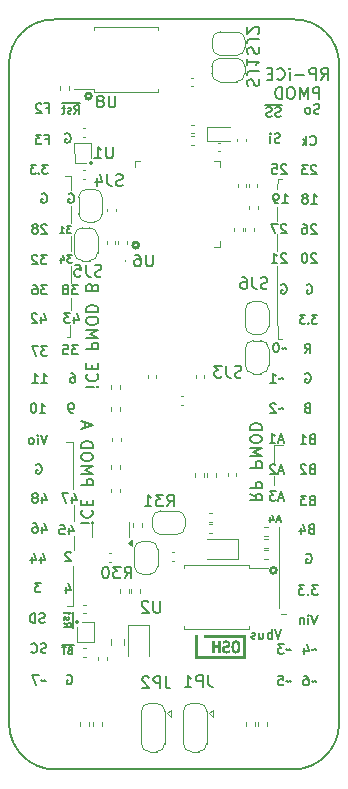
<source format=gbr>
%TF.GenerationSoftware,KiCad,Pcbnew,9.0.2*%
%TF.CreationDate,2025-05-14T22:05:17+05:30*%
%TF.ProjectId,pico2-ice,7069636f-322d-4696-9365-2e6b69636164,REV2*%
%TF.SameCoordinates,Original*%
%TF.FileFunction,Legend,Bot*%
%TF.FilePolarity,Positive*%
%FSLAX46Y46*%
G04 Gerber Fmt 4.6, Leading zero omitted, Abs format (unit mm)*
G04 Created by KiCad (PCBNEW 9.0.2) date 2025-05-14 22:05:17*
%MOMM*%
%LPD*%
G01*
G04 APERTURE LIST*
%ADD10C,0.120000*%
%ADD11C,0.150000*%
%ADD12C,0.002540*%
%ADD13C,0.254000*%
%ADD14C,0.127000*%
%TA.AperFunction,Profile*%
%ADD15C,0.127000*%
%TD*%
G04 APERTURE END LIST*
D10*
X63931800Y-112199871D02*
X63931800Y-113596871D01*
X63855718Y-117389071D02*
X63855718Y-120789071D01*
X81137918Y-95791471D02*
X81155718Y-98189071D01*
X68264882Y-91490800D02*
X68264882Y-91567000D01*
X63555718Y-97989071D02*
X63355718Y-97989071D01*
X63555718Y-96981071D02*
X63555718Y-97997071D01*
X81137918Y-89314471D02*
X81137918Y-90711471D01*
X63169800Y-84389071D02*
X63677800Y-84389071D01*
X63677800Y-86926871D02*
X63677800Y-88323871D01*
X81137918Y-87028471D02*
X81137918Y-88171471D01*
X81137918Y-91981471D02*
X81137918Y-95791471D01*
X80883918Y-107221471D02*
X80883918Y-108618471D01*
X63855718Y-120789071D02*
X63355718Y-120789071D01*
X81645918Y-107189071D02*
X80883918Y-107189071D01*
X81155718Y-98189071D02*
X81555718Y-98189071D01*
X63677800Y-94673871D02*
X63677800Y-95689871D01*
X63238218Y-106889071D02*
X63873218Y-106889071D01*
X81165218Y-84589071D02*
X81137918Y-85504471D01*
X81546218Y-84589071D02*
X81165218Y-84589071D01*
X63677800Y-89466871D02*
X63677800Y-90736871D01*
X80883918Y-109761471D02*
X80883918Y-110498071D01*
X63677800Y-84389071D02*
X63677800Y-85529871D01*
X63931800Y-114866871D02*
X63931800Y-116009871D01*
X81264918Y-114089071D02*
X81255718Y-120989071D01*
X63873218Y-106889071D02*
X63855718Y-110889071D01*
X81411218Y-121489071D02*
X81855718Y-121489071D01*
X63677800Y-92006871D02*
X63677800Y-93403871D01*
D11*
X61148099Y-101894166D02*
X61605242Y-101894166D01*
X61376670Y-101894166D02*
X61376670Y-101094166D01*
X61376670Y-101094166D02*
X61452861Y-101208451D01*
X61452861Y-101208451D02*
X61529051Y-101284642D01*
X61529051Y-101284642D02*
X61605242Y-101322737D01*
X60386194Y-101894166D02*
X60843337Y-101894166D01*
X60614765Y-101894166D02*
X60614765Y-101094166D01*
X60614765Y-101094166D02*
X60690956Y-101208451D01*
X60690956Y-101208451D02*
X60767146Y-101284642D01*
X60767146Y-101284642D02*
X60843337Y-101322737D01*
X81417242Y-79326271D02*
X81302956Y-79364366D01*
X81302956Y-79364366D02*
X81112480Y-79364366D01*
X81112480Y-79364366D02*
X81036289Y-79326271D01*
X81036289Y-79326271D02*
X80998194Y-79288175D01*
X80998194Y-79288175D02*
X80960099Y-79211985D01*
X80960099Y-79211985D02*
X80960099Y-79135794D01*
X80960099Y-79135794D02*
X80998194Y-79059604D01*
X80998194Y-79059604D02*
X81036289Y-79021509D01*
X81036289Y-79021509D02*
X81112480Y-78983413D01*
X81112480Y-78983413D02*
X81264861Y-78945318D01*
X81264861Y-78945318D02*
X81341051Y-78907223D01*
X81341051Y-78907223D02*
X81379146Y-78869128D01*
X81379146Y-78869128D02*
X81417242Y-78792937D01*
X81417242Y-78792937D02*
X81417242Y-78716747D01*
X81417242Y-78716747D02*
X81379146Y-78640556D01*
X81379146Y-78640556D02*
X81341051Y-78602461D01*
X81341051Y-78602461D02*
X81264861Y-78564366D01*
X81264861Y-78564366D02*
X81074384Y-78564366D01*
X81074384Y-78564366D02*
X80960099Y-78602461D01*
X80655337Y-79326271D02*
X80541051Y-79364366D01*
X80541051Y-79364366D02*
X80350575Y-79364366D01*
X80350575Y-79364366D02*
X80274384Y-79326271D01*
X80274384Y-79326271D02*
X80236289Y-79288175D01*
X80236289Y-79288175D02*
X80198194Y-79211985D01*
X80198194Y-79211985D02*
X80198194Y-79135794D01*
X80198194Y-79135794D02*
X80236289Y-79059604D01*
X80236289Y-79059604D02*
X80274384Y-79021509D01*
X80274384Y-79021509D02*
X80350575Y-78983413D01*
X80350575Y-78983413D02*
X80502956Y-78945318D01*
X80502956Y-78945318D02*
X80579146Y-78907223D01*
X80579146Y-78907223D02*
X80617241Y-78869128D01*
X80617241Y-78869128D02*
X80655337Y-78792937D01*
X80655337Y-78792937D02*
X80655337Y-78716747D01*
X80655337Y-78716747D02*
X80617241Y-78640556D01*
X80617241Y-78640556D02*
X80579146Y-78602461D01*
X80579146Y-78602461D02*
X80502956Y-78564366D01*
X80502956Y-78564366D02*
X80312479Y-78564366D01*
X80312479Y-78564366D02*
X80198194Y-78602461D01*
X81489623Y-78342271D02*
X80125813Y-78342271D01*
X63510289Y-114187832D02*
X63510289Y-114721166D01*
X63700765Y-113883071D02*
X63891242Y-114454499D01*
X63891242Y-114454499D02*
X63396003Y-114454499D01*
X62710289Y-113921166D02*
X63091241Y-113921166D01*
X63091241Y-113921166D02*
X63129337Y-114302118D01*
X63129337Y-114302118D02*
X63091241Y-114264023D01*
X63091241Y-114264023D02*
X63015051Y-114225928D01*
X63015051Y-114225928D02*
X62824575Y-114225928D01*
X62824575Y-114225928D02*
X62748384Y-114264023D01*
X62748384Y-114264023D02*
X62710289Y-114302118D01*
X62710289Y-114302118D02*
X62672194Y-114378309D01*
X62672194Y-114378309D02*
X62672194Y-114568785D01*
X62672194Y-114568785D02*
X62710289Y-114644975D01*
X62710289Y-114644975D02*
X62748384Y-114683071D01*
X62748384Y-114683071D02*
X62824575Y-114721166D01*
X62824575Y-114721166D02*
X63015051Y-114721166D01*
X63015051Y-114721166D02*
X63091241Y-114683071D01*
X63091241Y-114683071D02*
X63129337Y-114644975D01*
X63637289Y-116283356D02*
X63599193Y-116245261D01*
X63599193Y-116245261D02*
X63523003Y-116207166D01*
X63523003Y-116207166D02*
X63332527Y-116207166D01*
X63332527Y-116207166D02*
X63256336Y-116245261D01*
X63256336Y-116245261D02*
X63218241Y-116283356D01*
X63218241Y-116283356D02*
X63180146Y-116359547D01*
X63180146Y-116359547D02*
X63180146Y-116435737D01*
X63180146Y-116435737D02*
X63218241Y-116550023D01*
X63218241Y-116550023D02*
X63675384Y-117007166D01*
X63675384Y-117007166D02*
X63180146Y-117007166D01*
X84566813Y-119026566D02*
X84071575Y-119026566D01*
X84071575Y-119026566D02*
X84338241Y-119331328D01*
X84338241Y-119331328D02*
X84223956Y-119331328D01*
X84223956Y-119331328D02*
X84147765Y-119369423D01*
X84147765Y-119369423D02*
X84109670Y-119407518D01*
X84109670Y-119407518D02*
X84071575Y-119483709D01*
X84071575Y-119483709D02*
X84071575Y-119674185D01*
X84071575Y-119674185D02*
X84109670Y-119750375D01*
X84109670Y-119750375D02*
X84147765Y-119788471D01*
X84147765Y-119788471D02*
X84223956Y-119826566D01*
X84223956Y-119826566D02*
X84452527Y-119826566D01*
X84452527Y-119826566D02*
X84528718Y-119788471D01*
X84528718Y-119788471D02*
X84566813Y-119750375D01*
X83728717Y-119750375D02*
X83690622Y-119788471D01*
X83690622Y-119788471D02*
X83728717Y-119826566D01*
X83728717Y-119826566D02*
X83766813Y-119788471D01*
X83766813Y-119788471D02*
X83728717Y-119750375D01*
X83728717Y-119750375D02*
X83728717Y-119826566D01*
X83423956Y-119026566D02*
X82928718Y-119026566D01*
X82928718Y-119026566D02*
X83195384Y-119331328D01*
X83195384Y-119331328D02*
X83081099Y-119331328D01*
X83081099Y-119331328D02*
X83004908Y-119369423D01*
X83004908Y-119369423D02*
X82966813Y-119407518D01*
X82966813Y-119407518D02*
X82928718Y-119483709D01*
X82928718Y-119483709D02*
X82928718Y-119674185D01*
X82928718Y-119674185D02*
X82966813Y-119750375D01*
X82966813Y-119750375D02*
X83004908Y-119788471D01*
X83004908Y-119788471D02*
X83081099Y-119826566D01*
X83081099Y-119826566D02*
X83309670Y-119826566D01*
X83309670Y-119826566D02*
X83385861Y-119788471D01*
X83385861Y-119788471D02*
X83423956Y-119750375D01*
X63694165Y-88584434D02*
X63301070Y-88584434D01*
X63301070Y-88584434D02*
X63512737Y-88826338D01*
X63512737Y-88826338D02*
X63422022Y-88826338D01*
X63422022Y-88826338D02*
X63361546Y-88856576D01*
X63361546Y-88856576D02*
X63331308Y-88886815D01*
X63331308Y-88886815D02*
X63301070Y-88947291D01*
X63301070Y-88947291D02*
X63301070Y-89098481D01*
X63301070Y-89098481D02*
X63331308Y-89158957D01*
X63331308Y-89158957D02*
X63361546Y-89189196D01*
X63361546Y-89189196D02*
X63422022Y-89219434D01*
X63422022Y-89219434D02*
X63603451Y-89219434D01*
X63603451Y-89219434D02*
X63663927Y-89189196D01*
X63663927Y-89189196D02*
X63694165Y-89158957D01*
X62696308Y-89219434D02*
X63059165Y-89219434D01*
X62877737Y-89219434D02*
X62877737Y-88584434D01*
X62877737Y-88584434D02*
X62938213Y-88675148D01*
X62938213Y-88675148D02*
X62998689Y-88735624D01*
X62998689Y-88735624D02*
X63059165Y-88765862D01*
X64528698Y-113720165D02*
X65195365Y-113720165D01*
X65528698Y-113720165D02*
X65481079Y-113767784D01*
X65481079Y-113767784D02*
X65433460Y-113720165D01*
X65433460Y-113720165D02*
X65481079Y-113672546D01*
X65481079Y-113672546D02*
X65528698Y-113720165D01*
X65528698Y-113720165D02*
X65433460Y-113720165D01*
X64623937Y-112672547D02*
X64576318Y-112720166D01*
X64576318Y-112720166D02*
X64528698Y-112863023D01*
X64528698Y-112863023D02*
X64528698Y-112958261D01*
X64528698Y-112958261D02*
X64576318Y-113101118D01*
X64576318Y-113101118D02*
X64671556Y-113196356D01*
X64671556Y-113196356D02*
X64766794Y-113243975D01*
X64766794Y-113243975D02*
X64957270Y-113291594D01*
X64957270Y-113291594D02*
X65100127Y-113291594D01*
X65100127Y-113291594D02*
X65290603Y-113243975D01*
X65290603Y-113243975D02*
X65385841Y-113196356D01*
X65385841Y-113196356D02*
X65481079Y-113101118D01*
X65481079Y-113101118D02*
X65528698Y-112958261D01*
X65528698Y-112958261D02*
X65528698Y-112863023D01*
X65528698Y-112863023D02*
X65481079Y-112720166D01*
X65481079Y-112720166D02*
X65433460Y-112672547D01*
X65052508Y-112243975D02*
X65052508Y-111910642D01*
X64528698Y-111767785D02*
X64528698Y-112243975D01*
X64528698Y-112243975D02*
X65528698Y-112243975D01*
X65528698Y-112243975D02*
X65528698Y-111767785D01*
X64528698Y-110577308D02*
X65528698Y-110577308D01*
X65528698Y-110577308D02*
X65528698Y-110196356D01*
X65528698Y-110196356D02*
X65481079Y-110101118D01*
X65481079Y-110101118D02*
X65433460Y-110053499D01*
X65433460Y-110053499D02*
X65338222Y-110005880D01*
X65338222Y-110005880D02*
X65195365Y-110005880D01*
X65195365Y-110005880D02*
X65100127Y-110053499D01*
X65100127Y-110053499D02*
X65052508Y-110101118D01*
X65052508Y-110101118D02*
X65004889Y-110196356D01*
X65004889Y-110196356D02*
X65004889Y-110577308D01*
X64528698Y-109577308D02*
X65528698Y-109577308D01*
X65528698Y-109577308D02*
X64814413Y-109243975D01*
X64814413Y-109243975D02*
X65528698Y-108910642D01*
X65528698Y-108910642D02*
X64528698Y-108910642D01*
X65528698Y-108243975D02*
X65528698Y-108053499D01*
X65528698Y-108053499D02*
X65481079Y-107958261D01*
X65481079Y-107958261D02*
X65385841Y-107863023D01*
X65385841Y-107863023D02*
X65195365Y-107815404D01*
X65195365Y-107815404D02*
X64862032Y-107815404D01*
X64862032Y-107815404D02*
X64671556Y-107863023D01*
X64671556Y-107863023D02*
X64576318Y-107958261D01*
X64576318Y-107958261D02*
X64528698Y-108053499D01*
X64528698Y-108053499D02*
X64528698Y-108243975D01*
X64528698Y-108243975D02*
X64576318Y-108339213D01*
X64576318Y-108339213D02*
X64671556Y-108434451D01*
X64671556Y-108434451D02*
X64862032Y-108482070D01*
X64862032Y-108482070D02*
X65195365Y-108482070D01*
X65195365Y-108482070D02*
X65385841Y-108434451D01*
X65385841Y-108434451D02*
X65481079Y-108339213D01*
X65481079Y-108339213D02*
X65528698Y-108243975D01*
X64528698Y-107386832D02*
X65528698Y-107386832D01*
X65528698Y-107386832D02*
X65528698Y-107148737D01*
X65528698Y-107148737D02*
X65481079Y-107005880D01*
X65481079Y-107005880D02*
X65385841Y-106910642D01*
X65385841Y-106910642D02*
X65290603Y-106863023D01*
X65290603Y-106863023D02*
X65100127Y-106815404D01*
X65100127Y-106815404D02*
X64957270Y-106815404D01*
X64957270Y-106815404D02*
X64766794Y-106863023D01*
X64766794Y-106863023D02*
X64671556Y-106910642D01*
X64671556Y-106910642D02*
X64576318Y-107005880D01*
X64576318Y-107005880D02*
X64528698Y-107148737D01*
X64528698Y-107148737D02*
X64528698Y-107386832D01*
X64814413Y-105672546D02*
X64814413Y-105196356D01*
X64528698Y-105767784D02*
X65528698Y-105434451D01*
X65528698Y-105434451D02*
X64528698Y-105101118D01*
X81874442Y-90984956D02*
X81836346Y-90946861D01*
X81836346Y-90946861D02*
X81760156Y-90908766D01*
X81760156Y-90908766D02*
X81569680Y-90908766D01*
X81569680Y-90908766D02*
X81493489Y-90946861D01*
X81493489Y-90946861D02*
X81455394Y-90984956D01*
X81455394Y-90984956D02*
X81417299Y-91061147D01*
X81417299Y-91061147D02*
X81417299Y-91137337D01*
X81417299Y-91137337D02*
X81455394Y-91251623D01*
X81455394Y-91251623D02*
X81912537Y-91708766D01*
X81912537Y-91708766D02*
X81417299Y-91708766D01*
X80655394Y-91708766D02*
X81112537Y-91708766D01*
X80883965Y-91708766D02*
X80883965Y-90908766D01*
X80883965Y-90908766D02*
X80960156Y-91023051D01*
X80960156Y-91023051D02*
X81036346Y-91099242D01*
X81036346Y-91099242D02*
X81112537Y-91137337D01*
X63046554Y-122195375D02*
X63348935Y-122407042D01*
X63046554Y-122558232D02*
X63681554Y-122558232D01*
X63681554Y-122558232D02*
X63681554Y-122316327D01*
X63681554Y-122316327D02*
X63651316Y-122255851D01*
X63651316Y-122255851D02*
X63621078Y-122225613D01*
X63621078Y-122225613D02*
X63560602Y-122195375D01*
X63560602Y-122195375D02*
X63469888Y-122195375D01*
X63469888Y-122195375D02*
X63409412Y-122225613D01*
X63409412Y-122225613D02*
X63379173Y-122255851D01*
X63379173Y-122255851D02*
X63348935Y-122316327D01*
X63348935Y-122316327D02*
X63348935Y-122558232D01*
X63076793Y-121953470D02*
X63046554Y-121892994D01*
X63046554Y-121892994D02*
X63046554Y-121772042D01*
X63046554Y-121772042D02*
X63076793Y-121711565D01*
X63076793Y-121711565D02*
X63137269Y-121681327D01*
X63137269Y-121681327D02*
X63167507Y-121681327D01*
X63167507Y-121681327D02*
X63227983Y-121711565D01*
X63227983Y-121711565D02*
X63258221Y-121772042D01*
X63258221Y-121772042D02*
X63258221Y-121862756D01*
X63258221Y-121862756D02*
X63288459Y-121923232D01*
X63288459Y-121923232D02*
X63348935Y-121953470D01*
X63348935Y-121953470D02*
X63379173Y-121953470D01*
X63379173Y-121953470D02*
X63439650Y-121923232D01*
X63439650Y-121923232D02*
X63469888Y-121862756D01*
X63469888Y-121862756D02*
X63469888Y-121772042D01*
X63469888Y-121772042D02*
X63439650Y-121711565D01*
X63469888Y-121499898D02*
X63469888Y-121257994D01*
X63681554Y-121409184D02*
X63137269Y-121409184D01*
X63137269Y-121409184D02*
X63076793Y-121378946D01*
X63076793Y-121378946D02*
X63046554Y-121318470D01*
X63046554Y-121318470D02*
X63046554Y-121257994D01*
X63857843Y-122645923D02*
X63857843Y-121261018D01*
X61097289Y-116600832D02*
X61097289Y-117134166D01*
X61287765Y-116296071D02*
X61478242Y-116867499D01*
X61478242Y-116867499D02*
X60983003Y-116867499D01*
X60335384Y-116600832D02*
X60335384Y-117134166D01*
X60525860Y-116296071D02*
X60716337Y-116867499D01*
X60716337Y-116867499D02*
X60221098Y-116867499D01*
X64234137Y-93601166D02*
X63738899Y-93601166D01*
X63738899Y-93601166D02*
X64005565Y-93905928D01*
X64005565Y-93905928D02*
X63891280Y-93905928D01*
X63891280Y-93905928D02*
X63815089Y-93944023D01*
X63815089Y-93944023D02*
X63776994Y-93982118D01*
X63776994Y-93982118D02*
X63738899Y-94058309D01*
X63738899Y-94058309D02*
X63738899Y-94248785D01*
X63738899Y-94248785D02*
X63776994Y-94324975D01*
X63776994Y-94324975D02*
X63815089Y-94363071D01*
X63815089Y-94363071D02*
X63891280Y-94401166D01*
X63891280Y-94401166D02*
X64119851Y-94401166D01*
X64119851Y-94401166D02*
X64196042Y-94363071D01*
X64196042Y-94363071D02*
X64234137Y-94324975D01*
X63281756Y-93944023D02*
X63357946Y-93905928D01*
X63357946Y-93905928D02*
X63396041Y-93867832D01*
X63396041Y-93867832D02*
X63434137Y-93791642D01*
X63434137Y-93791642D02*
X63434137Y-93753547D01*
X63434137Y-93753547D02*
X63396041Y-93677356D01*
X63396041Y-93677356D02*
X63357946Y-93639261D01*
X63357946Y-93639261D02*
X63281756Y-93601166D01*
X63281756Y-93601166D02*
X63129375Y-93601166D01*
X63129375Y-93601166D02*
X63053184Y-93639261D01*
X63053184Y-93639261D02*
X63015089Y-93677356D01*
X63015089Y-93677356D02*
X62976994Y-93753547D01*
X62976994Y-93753547D02*
X62976994Y-93791642D01*
X62976994Y-93791642D02*
X63015089Y-93867832D01*
X63015089Y-93867832D02*
X63053184Y-93905928D01*
X63053184Y-93905928D02*
X63129375Y-93944023D01*
X63129375Y-93944023D02*
X63281756Y-93944023D01*
X63281756Y-93944023D02*
X63357946Y-93982118D01*
X63357946Y-93982118D02*
X63396041Y-94020213D01*
X63396041Y-94020213D02*
X63434137Y-94096404D01*
X63434137Y-94096404D02*
X63434137Y-94248785D01*
X63434137Y-94248785D02*
X63396041Y-94324975D01*
X63396041Y-94324975D02*
X63357946Y-94363071D01*
X63357946Y-94363071D02*
X63281756Y-94401166D01*
X63281756Y-94401166D02*
X63129375Y-94401166D01*
X63129375Y-94401166D02*
X63053184Y-94363071D01*
X63053184Y-94363071D02*
X63015089Y-94324975D01*
X63015089Y-94324975D02*
X62976994Y-94248785D01*
X62976994Y-94248785D02*
X62976994Y-94096404D01*
X62976994Y-94096404D02*
X63015089Y-94020213D01*
X63015089Y-94020213D02*
X63053184Y-93982118D01*
X63053184Y-93982118D02*
X63129375Y-93944023D01*
X61182276Y-85892261D02*
X61258466Y-85854166D01*
X61258466Y-85854166D02*
X61372752Y-85854166D01*
X61372752Y-85854166D02*
X61487038Y-85892261D01*
X61487038Y-85892261D02*
X61563228Y-85968451D01*
X61563228Y-85968451D02*
X61601323Y-86044642D01*
X61601323Y-86044642D02*
X61639419Y-86197023D01*
X61639419Y-86197023D02*
X61639419Y-86311309D01*
X61639419Y-86311309D02*
X61601323Y-86463690D01*
X61601323Y-86463690D02*
X61563228Y-86539880D01*
X61563228Y-86539880D02*
X61487038Y-86616071D01*
X61487038Y-86616071D02*
X61372752Y-86654166D01*
X61372752Y-86654166D02*
X61296561Y-86654166D01*
X61296561Y-86654166D02*
X61182276Y-86616071D01*
X61182276Y-86616071D02*
X61144180Y-86577975D01*
X61144180Y-86577975D02*
X61144180Y-86311309D01*
X61144180Y-86311309D02*
X61296561Y-86311309D01*
X63942089Y-96280832D02*
X63942089Y-96814166D01*
X64132565Y-95976071D02*
X64323042Y-96547499D01*
X64323042Y-96547499D02*
X63827803Y-96547499D01*
X63599232Y-96014166D02*
X63103994Y-96014166D01*
X63103994Y-96014166D02*
X63370660Y-96318928D01*
X63370660Y-96318928D02*
X63256375Y-96318928D01*
X63256375Y-96318928D02*
X63180184Y-96357023D01*
X63180184Y-96357023D02*
X63142089Y-96395118D01*
X63142089Y-96395118D02*
X63103994Y-96471309D01*
X63103994Y-96471309D02*
X63103994Y-96661785D01*
X63103994Y-96661785D02*
X63142089Y-96737975D01*
X63142089Y-96737975D02*
X63180184Y-96776071D01*
X63180184Y-96776071D02*
X63256375Y-96814166D01*
X63256375Y-96814166D02*
X63484946Y-96814166D01*
X63484946Y-96814166D02*
X63561137Y-96776071D01*
X63561137Y-96776071D02*
X63599232Y-96737975D01*
X82287194Y-124525604D02*
X82249099Y-124487509D01*
X82249099Y-124487509D02*
X82172908Y-124449413D01*
X82172908Y-124449413D02*
X82020527Y-124525604D01*
X82020527Y-124525604D02*
X81944337Y-124487509D01*
X81944337Y-124487509D02*
X81906242Y-124449413D01*
X81677670Y-124030366D02*
X81182432Y-124030366D01*
X81182432Y-124030366D02*
X81449098Y-124335128D01*
X81449098Y-124335128D02*
X81334813Y-124335128D01*
X81334813Y-124335128D02*
X81258622Y-124373223D01*
X81258622Y-124373223D02*
X81220527Y-124411318D01*
X81220527Y-124411318D02*
X81182432Y-124487509D01*
X81182432Y-124487509D02*
X81182432Y-124677985D01*
X81182432Y-124677985D02*
X81220527Y-124754175D01*
X81220527Y-124754175D02*
X81258622Y-124792271D01*
X81258622Y-124792271D02*
X81334813Y-124830366D01*
X81334813Y-124830366D02*
X81563384Y-124830366D01*
X81563384Y-124830366D02*
X81639575Y-124792271D01*
X81639575Y-124792271D02*
X81677670Y-124754175D01*
X84052527Y-109171318D02*
X83938241Y-109209413D01*
X83938241Y-109209413D02*
X83900146Y-109247509D01*
X83900146Y-109247509D02*
X83862050Y-109323699D01*
X83862050Y-109323699D02*
X83862050Y-109437985D01*
X83862050Y-109437985D02*
X83900146Y-109514175D01*
X83900146Y-109514175D02*
X83938241Y-109552271D01*
X83938241Y-109552271D02*
X84014431Y-109590366D01*
X84014431Y-109590366D02*
X84319193Y-109590366D01*
X84319193Y-109590366D02*
X84319193Y-108790366D01*
X84319193Y-108790366D02*
X84052527Y-108790366D01*
X84052527Y-108790366D02*
X83976336Y-108828461D01*
X83976336Y-108828461D02*
X83938241Y-108866556D01*
X83938241Y-108866556D02*
X83900146Y-108942747D01*
X83900146Y-108942747D02*
X83900146Y-109018937D01*
X83900146Y-109018937D02*
X83938241Y-109095128D01*
X83938241Y-109095128D02*
X83976336Y-109133223D01*
X83976336Y-109133223D02*
X84052527Y-109171318D01*
X84052527Y-109171318D02*
X84319193Y-109171318D01*
X83557289Y-108866556D02*
X83519193Y-108828461D01*
X83519193Y-108828461D02*
X83443003Y-108790366D01*
X83443003Y-108790366D02*
X83252527Y-108790366D01*
X83252527Y-108790366D02*
X83176336Y-108828461D01*
X83176336Y-108828461D02*
X83138241Y-108866556D01*
X83138241Y-108866556D02*
X83100146Y-108942747D01*
X83100146Y-108942747D02*
X83100146Y-109018937D01*
X83100146Y-109018937D02*
X83138241Y-109133223D01*
X83138241Y-109133223D02*
X83595384Y-109590366D01*
X83595384Y-109590366D02*
X83100146Y-109590366D01*
X61160789Y-96280832D02*
X61160789Y-96814166D01*
X61351265Y-95976071D02*
X61541742Y-96547499D01*
X61541742Y-96547499D02*
X61046503Y-96547499D01*
X60779837Y-96090356D02*
X60741741Y-96052261D01*
X60741741Y-96052261D02*
X60665551Y-96014166D01*
X60665551Y-96014166D02*
X60475075Y-96014166D01*
X60475075Y-96014166D02*
X60398884Y-96052261D01*
X60398884Y-96052261D02*
X60360789Y-96090356D01*
X60360789Y-96090356D02*
X60322694Y-96166547D01*
X60322694Y-96166547D02*
X60322694Y-96242737D01*
X60322694Y-96242737D02*
X60360789Y-96357023D01*
X60360789Y-96357023D02*
X60817932Y-96814166D01*
X60817932Y-96814166D02*
X60322694Y-96814166D01*
X63764289Y-111520832D02*
X63764289Y-112054166D01*
X63954765Y-111216071D02*
X64145242Y-111787499D01*
X64145242Y-111787499D02*
X63650003Y-111787499D01*
X63421432Y-111254166D02*
X62888098Y-111254166D01*
X62888098Y-111254166D02*
X63230956Y-112054166D01*
X83671575Y-103989718D02*
X83557289Y-104027813D01*
X83557289Y-104027813D02*
X83519194Y-104065909D01*
X83519194Y-104065909D02*
X83481098Y-104142099D01*
X83481098Y-104142099D02*
X83481098Y-104256385D01*
X83481098Y-104256385D02*
X83519194Y-104332575D01*
X83519194Y-104332575D02*
X83557289Y-104370671D01*
X83557289Y-104370671D02*
X83633479Y-104408766D01*
X83633479Y-104408766D02*
X83938241Y-104408766D01*
X83938241Y-104408766D02*
X83938241Y-103608766D01*
X83938241Y-103608766D02*
X83671575Y-103608766D01*
X83671575Y-103608766D02*
X83595384Y-103646861D01*
X83595384Y-103646861D02*
X83557289Y-103684956D01*
X83557289Y-103684956D02*
X83519194Y-103761147D01*
X83519194Y-103761147D02*
X83519194Y-103837337D01*
X83519194Y-103837337D02*
X83557289Y-103913528D01*
X83557289Y-103913528D02*
X83595384Y-103951623D01*
X83595384Y-103951623D02*
X83671575Y-103989718D01*
X83671575Y-103989718D02*
X83938241Y-103989718D01*
X61643337Y-98808166D02*
X61148099Y-98808166D01*
X61148099Y-98808166D02*
X61414765Y-99112928D01*
X61414765Y-99112928D02*
X61300480Y-99112928D01*
X61300480Y-99112928D02*
X61224289Y-99151023D01*
X61224289Y-99151023D02*
X61186194Y-99189118D01*
X61186194Y-99189118D02*
X61148099Y-99265309D01*
X61148099Y-99265309D02*
X61148099Y-99455785D01*
X61148099Y-99455785D02*
X61186194Y-99531975D01*
X61186194Y-99531975D02*
X61224289Y-99570071D01*
X61224289Y-99570071D02*
X61300480Y-99608166D01*
X61300480Y-99608166D02*
X61529051Y-99608166D01*
X61529051Y-99608166D02*
X61605242Y-99570071D01*
X61605242Y-99570071D02*
X61643337Y-99531975D01*
X60881432Y-98808166D02*
X60348098Y-98808166D01*
X60348098Y-98808166D02*
X60690956Y-99608166D01*
X61678251Y-83469504D02*
X61244917Y-83469504D01*
X61244917Y-83469504D02*
X61478251Y-83736171D01*
X61478251Y-83736171D02*
X61378251Y-83736171D01*
X61378251Y-83736171D02*
X61311584Y-83769504D01*
X61311584Y-83769504D02*
X61278251Y-83802837D01*
X61278251Y-83802837D02*
X61244917Y-83869504D01*
X61244917Y-83869504D02*
X61244917Y-84036171D01*
X61244917Y-84036171D02*
X61278251Y-84102837D01*
X61278251Y-84102837D02*
X61311584Y-84136171D01*
X61311584Y-84136171D02*
X61378251Y-84169504D01*
X61378251Y-84169504D02*
X61578251Y-84169504D01*
X61578251Y-84169504D02*
X61644917Y-84136171D01*
X61644917Y-84136171D02*
X61678251Y-84102837D01*
X60944917Y-84102837D02*
X60911584Y-84136171D01*
X60911584Y-84136171D02*
X60944917Y-84169504D01*
X60944917Y-84169504D02*
X60978250Y-84136171D01*
X60978250Y-84136171D02*
X60944917Y-84102837D01*
X60944917Y-84102837D02*
X60944917Y-84169504D01*
X60678251Y-83469504D02*
X60244917Y-83469504D01*
X60244917Y-83469504D02*
X60478251Y-83736171D01*
X60478251Y-83736171D02*
X60378251Y-83736171D01*
X60378251Y-83736171D02*
X60311584Y-83769504D01*
X60311584Y-83769504D02*
X60278251Y-83802837D01*
X60278251Y-83802837D02*
X60244917Y-83869504D01*
X60244917Y-83869504D02*
X60244917Y-84036171D01*
X60244917Y-84036171D02*
X60278251Y-84102837D01*
X60278251Y-84102837D02*
X60311584Y-84136171D01*
X60311584Y-84136171D02*
X60378251Y-84169504D01*
X60378251Y-84169504D02*
X60578251Y-84169504D01*
X60578251Y-84169504D02*
X60644917Y-84136171D01*
X60644917Y-84136171D02*
X60678251Y-84102837D01*
X83519194Y-101106861D02*
X83595384Y-101068766D01*
X83595384Y-101068766D02*
X83709670Y-101068766D01*
X83709670Y-101068766D02*
X83823956Y-101106861D01*
X83823956Y-101106861D02*
X83900146Y-101183051D01*
X83900146Y-101183051D02*
X83938241Y-101259242D01*
X83938241Y-101259242D02*
X83976337Y-101411623D01*
X83976337Y-101411623D02*
X83976337Y-101525909D01*
X83976337Y-101525909D02*
X83938241Y-101678290D01*
X83938241Y-101678290D02*
X83900146Y-101754480D01*
X83900146Y-101754480D02*
X83823956Y-101830671D01*
X83823956Y-101830671D02*
X83709670Y-101868766D01*
X83709670Y-101868766D02*
X83633479Y-101868766D01*
X83633479Y-101868766D02*
X83519194Y-101830671D01*
X83519194Y-101830671D02*
X83481098Y-101792575D01*
X83481098Y-101792575D02*
X83481098Y-101525909D01*
X83481098Y-101525909D02*
X83633479Y-101525909D01*
X78828898Y-111259737D02*
X79305089Y-111593070D01*
X78828898Y-111831165D02*
X79828898Y-111831165D01*
X79828898Y-111831165D02*
X79828898Y-111450213D01*
X79828898Y-111450213D02*
X79781279Y-111354975D01*
X79781279Y-111354975D02*
X79733660Y-111307356D01*
X79733660Y-111307356D02*
X79638422Y-111259737D01*
X79638422Y-111259737D02*
X79495565Y-111259737D01*
X79495565Y-111259737D02*
X79400327Y-111307356D01*
X79400327Y-111307356D02*
X79352708Y-111354975D01*
X79352708Y-111354975D02*
X79305089Y-111450213D01*
X79305089Y-111450213D02*
X79305089Y-111831165D01*
X78828898Y-110831165D02*
X79828898Y-110831165D01*
X79828898Y-110831165D02*
X79828898Y-110450213D01*
X79828898Y-110450213D02*
X79781279Y-110354975D01*
X79781279Y-110354975D02*
X79733660Y-110307356D01*
X79733660Y-110307356D02*
X79638422Y-110259737D01*
X79638422Y-110259737D02*
X79495565Y-110259737D01*
X79495565Y-110259737D02*
X79400327Y-110307356D01*
X79400327Y-110307356D02*
X79352708Y-110354975D01*
X79352708Y-110354975D02*
X79305089Y-110450213D01*
X79305089Y-110450213D02*
X79305089Y-110831165D01*
X78828898Y-109069260D02*
X79828898Y-109069260D01*
X79828898Y-109069260D02*
X79828898Y-108688308D01*
X79828898Y-108688308D02*
X79781279Y-108593070D01*
X79781279Y-108593070D02*
X79733660Y-108545451D01*
X79733660Y-108545451D02*
X79638422Y-108497832D01*
X79638422Y-108497832D02*
X79495565Y-108497832D01*
X79495565Y-108497832D02*
X79400327Y-108545451D01*
X79400327Y-108545451D02*
X79352708Y-108593070D01*
X79352708Y-108593070D02*
X79305089Y-108688308D01*
X79305089Y-108688308D02*
X79305089Y-109069260D01*
X78828898Y-108069260D02*
X79828898Y-108069260D01*
X79828898Y-108069260D02*
X79114613Y-107735927D01*
X79114613Y-107735927D02*
X79828898Y-107402594D01*
X79828898Y-107402594D02*
X78828898Y-107402594D01*
X79828898Y-106735927D02*
X79828898Y-106545451D01*
X79828898Y-106545451D02*
X79781279Y-106450213D01*
X79781279Y-106450213D02*
X79686041Y-106354975D01*
X79686041Y-106354975D02*
X79495565Y-106307356D01*
X79495565Y-106307356D02*
X79162232Y-106307356D01*
X79162232Y-106307356D02*
X78971756Y-106354975D01*
X78971756Y-106354975D02*
X78876518Y-106450213D01*
X78876518Y-106450213D02*
X78828898Y-106545451D01*
X78828898Y-106545451D02*
X78828898Y-106735927D01*
X78828898Y-106735927D02*
X78876518Y-106831165D01*
X78876518Y-106831165D02*
X78971756Y-106926403D01*
X78971756Y-106926403D02*
X79162232Y-106974022D01*
X79162232Y-106974022D02*
X79495565Y-106974022D01*
X79495565Y-106974022D02*
X79686041Y-106926403D01*
X79686041Y-106926403D02*
X79781279Y-106831165D01*
X79781279Y-106831165D02*
X79828898Y-106735927D01*
X78828898Y-105878784D02*
X79828898Y-105878784D01*
X79828898Y-105878784D02*
X79828898Y-105640689D01*
X79828898Y-105640689D02*
X79781279Y-105497832D01*
X79781279Y-105497832D02*
X79686041Y-105402594D01*
X79686041Y-105402594D02*
X79590803Y-105354975D01*
X79590803Y-105354975D02*
X79400327Y-105307356D01*
X79400327Y-105307356D02*
X79257470Y-105307356D01*
X79257470Y-105307356D02*
X79066994Y-105354975D01*
X79066994Y-105354975D02*
X78971756Y-105402594D01*
X78971756Y-105402594D02*
X78876518Y-105497832D01*
X78876518Y-105497832D02*
X78828898Y-105640689D01*
X78828898Y-105640689D02*
X78828898Y-105878784D01*
X61605242Y-88521156D02*
X61567146Y-88483061D01*
X61567146Y-88483061D02*
X61490956Y-88444966D01*
X61490956Y-88444966D02*
X61300480Y-88444966D01*
X61300480Y-88444966D02*
X61224289Y-88483061D01*
X61224289Y-88483061D02*
X61186194Y-88521156D01*
X61186194Y-88521156D02*
X61148099Y-88597347D01*
X61148099Y-88597347D02*
X61148099Y-88673537D01*
X61148099Y-88673537D02*
X61186194Y-88787823D01*
X61186194Y-88787823D02*
X61643337Y-89244966D01*
X61643337Y-89244966D02*
X61148099Y-89244966D01*
X60690956Y-88787823D02*
X60767146Y-88749728D01*
X60767146Y-88749728D02*
X60805241Y-88711632D01*
X60805241Y-88711632D02*
X60843337Y-88635442D01*
X60843337Y-88635442D02*
X60843337Y-88597347D01*
X60843337Y-88597347D02*
X60805241Y-88521156D01*
X60805241Y-88521156D02*
X60767146Y-88483061D01*
X60767146Y-88483061D02*
X60690956Y-88444966D01*
X60690956Y-88444966D02*
X60538575Y-88444966D01*
X60538575Y-88444966D02*
X60462384Y-88483061D01*
X60462384Y-88483061D02*
X60424289Y-88521156D01*
X60424289Y-88521156D02*
X60386194Y-88597347D01*
X60386194Y-88597347D02*
X60386194Y-88635442D01*
X60386194Y-88635442D02*
X60424289Y-88711632D01*
X60424289Y-88711632D02*
X60462384Y-88749728D01*
X60462384Y-88749728D02*
X60538575Y-88787823D01*
X60538575Y-88787823D02*
X60690956Y-88787823D01*
X60690956Y-88787823D02*
X60767146Y-88825918D01*
X60767146Y-88825918D02*
X60805241Y-88864013D01*
X60805241Y-88864013D02*
X60843337Y-88940204D01*
X60843337Y-88940204D02*
X60843337Y-89092585D01*
X60843337Y-89092585D02*
X60805241Y-89168775D01*
X60805241Y-89168775D02*
X60767146Y-89206871D01*
X60767146Y-89206871D02*
X60690956Y-89244966D01*
X60690956Y-89244966D02*
X60538575Y-89244966D01*
X60538575Y-89244966D02*
X60462384Y-89206871D01*
X60462384Y-89206871D02*
X60424289Y-89168775D01*
X60424289Y-89168775D02*
X60386194Y-89092585D01*
X60386194Y-89092585D02*
X60386194Y-88940204D01*
X60386194Y-88940204D02*
X60424289Y-88864013D01*
X60424289Y-88864013D02*
X60462384Y-88825918D01*
X60462384Y-88825918D02*
X60538575Y-88787823D01*
X81569699Y-86679566D02*
X82026842Y-86679566D01*
X81798270Y-86679566D02*
X81798270Y-85879566D01*
X81798270Y-85879566D02*
X81874461Y-85993851D01*
X81874461Y-85993851D02*
X81950651Y-86070042D01*
X81950651Y-86070042D02*
X82026842Y-86108137D01*
X81188746Y-86679566D02*
X81036365Y-86679566D01*
X81036365Y-86679566D02*
X80960175Y-86641471D01*
X80960175Y-86641471D02*
X80922079Y-86603375D01*
X80922079Y-86603375D02*
X80845889Y-86489090D01*
X80845889Y-86489090D02*
X80807794Y-86336709D01*
X80807794Y-86336709D02*
X80807794Y-86031947D01*
X80807794Y-86031947D02*
X80845889Y-85955756D01*
X80845889Y-85955756D02*
X80883984Y-85917661D01*
X80883984Y-85917661D02*
X80960175Y-85879566D01*
X80960175Y-85879566D02*
X81112556Y-85879566D01*
X81112556Y-85879566D02*
X81188746Y-85917661D01*
X81188746Y-85917661D02*
X81226841Y-85955756D01*
X81226841Y-85955756D02*
X81264937Y-86031947D01*
X81264937Y-86031947D02*
X81264937Y-86222423D01*
X81264937Y-86222423D02*
X81226841Y-86298613D01*
X81226841Y-86298613D02*
X81188746Y-86336709D01*
X81188746Y-86336709D02*
X81112556Y-86374804D01*
X81112556Y-86374804D02*
X80960175Y-86374804D01*
X80960175Y-86374804D02*
X80883984Y-86336709D01*
X80883984Y-86336709D02*
X80845889Y-86298613D01*
X80845889Y-86298613D02*
X80807794Y-86222423D01*
X81874442Y-88495756D02*
X81836346Y-88457661D01*
X81836346Y-88457661D02*
X81760156Y-88419566D01*
X81760156Y-88419566D02*
X81569680Y-88419566D01*
X81569680Y-88419566D02*
X81493489Y-88457661D01*
X81493489Y-88457661D02*
X81455394Y-88495756D01*
X81455394Y-88495756D02*
X81417299Y-88571947D01*
X81417299Y-88571947D02*
X81417299Y-88648137D01*
X81417299Y-88648137D02*
X81455394Y-88762423D01*
X81455394Y-88762423D02*
X81912537Y-89219566D01*
X81912537Y-89219566D02*
X81417299Y-89219566D01*
X81150632Y-88419566D02*
X80617298Y-88419566D01*
X80617298Y-88419566D02*
X80960156Y-89219566D01*
X84414442Y-88521156D02*
X84376346Y-88483061D01*
X84376346Y-88483061D02*
X84300156Y-88444966D01*
X84300156Y-88444966D02*
X84109680Y-88444966D01*
X84109680Y-88444966D02*
X84033489Y-88483061D01*
X84033489Y-88483061D02*
X83995394Y-88521156D01*
X83995394Y-88521156D02*
X83957299Y-88597347D01*
X83957299Y-88597347D02*
X83957299Y-88673537D01*
X83957299Y-88673537D02*
X83995394Y-88787823D01*
X83995394Y-88787823D02*
X84452537Y-89244966D01*
X84452537Y-89244966D02*
X83957299Y-89244966D01*
X83271584Y-88444966D02*
X83423965Y-88444966D01*
X83423965Y-88444966D02*
X83500156Y-88483061D01*
X83500156Y-88483061D02*
X83538251Y-88521156D01*
X83538251Y-88521156D02*
X83614441Y-88635442D01*
X83614441Y-88635442D02*
X83652537Y-88787823D01*
X83652537Y-88787823D02*
X83652537Y-89092585D01*
X83652537Y-89092585D02*
X83614441Y-89168775D01*
X83614441Y-89168775D02*
X83576346Y-89206871D01*
X83576346Y-89206871D02*
X83500156Y-89244966D01*
X83500156Y-89244966D02*
X83347775Y-89244966D01*
X83347775Y-89244966D02*
X83271584Y-89206871D01*
X83271584Y-89206871D02*
X83233489Y-89168775D01*
X83233489Y-89168775D02*
X83195394Y-89092585D01*
X83195394Y-89092585D02*
X83195394Y-88902109D01*
X83195394Y-88902109D02*
X83233489Y-88825918D01*
X83233489Y-88825918D02*
X83271584Y-88787823D01*
X83271584Y-88787823D02*
X83347775Y-88749728D01*
X83347775Y-88749728D02*
X83500156Y-88749728D01*
X83500156Y-88749728D02*
X83576346Y-88787823D01*
X83576346Y-88787823D02*
X83614441Y-88825918D01*
X83614441Y-88825918D02*
X83652537Y-88902109D01*
X61573489Y-124716071D02*
X61459203Y-124754166D01*
X61459203Y-124754166D02*
X61268727Y-124754166D01*
X61268727Y-124754166D02*
X61192536Y-124716071D01*
X61192536Y-124716071D02*
X61154441Y-124677975D01*
X61154441Y-124677975D02*
X61116346Y-124601785D01*
X61116346Y-124601785D02*
X61116346Y-124525594D01*
X61116346Y-124525594D02*
X61154441Y-124449404D01*
X61154441Y-124449404D02*
X61192536Y-124411309D01*
X61192536Y-124411309D02*
X61268727Y-124373213D01*
X61268727Y-124373213D02*
X61421108Y-124335118D01*
X61421108Y-124335118D02*
X61497298Y-124297023D01*
X61497298Y-124297023D02*
X61535393Y-124258928D01*
X61535393Y-124258928D02*
X61573489Y-124182737D01*
X61573489Y-124182737D02*
X61573489Y-124106547D01*
X61573489Y-124106547D02*
X61535393Y-124030356D01*
X61535393Y-124030356D02*
X61497298Y-123992261D01*
X61497298Y-123992261D02*
X61421108Y-123954166D01*
X61421108Y-123954166D02*
X61230631Y-123954166D01*
X61230631Y-123954166D02*
X61116346Y-123992261D01*
X60316345Y-124677975D02*
X60354441Y-124716071D01*
X60354441Y-124716071D02*
X60468726Y-124754166D01*
X60468726Y-124754166D02*
X60544917Y-124754166D01*
X60544917Y-124754166D02*
X60659203Y-124716071D01*
X60659203Y-124716071D02*
X60735393Y-124639880D01*
X60735393Y-124639880D02*
X60773488Y-124563690D01*
X60773488Y-124563690D02*
X60811584Y-124411309D01*
X60811584Y-124411309D02*
X60811584Y-124297023D01*
X60811584Y-124297023D02*
X60773488Y-124144642D01*
X60773488Y-124144642D02*
X60735393Y-124068451D01*
X60735393Y-124068451D02*
X60659203Y-123992261D01*
X60659203Y-123992261D02*
X60544917Y-123954166D01*
X60544917Y-123954166D02*
X60468726Y-123954166D01*
X60468726Y-123954166D02*
X60354441Y-123992261D01*
X60354441Y-123992261D02*
X60316345Y-124030356D01*
X61021099Y-104434166D02*
X61478242Y-104434166D01*
X61249670Y-104434166D02*
X61249670Y-103634166D01*
X61249670Y-103634166D02*
X61325861Y-103748451D01*
X61325861Y-103748451D02*
X61402051Y-103824642D01*
X61402051Y-103824642D02*
X61478242Y-103862737D01*
X60525860Y-103634166D02*
X60449670Y-103634166D01*
X60449670Y-103634166D02*
X60373479Y-103672261D01*
X60373479Y-103672261D02*
X60335384Y-103710356D01*
X60335384Y-103710356D02*
X60297289Y-103786547D01*
X60297289Y-103786547D02*
X60259194Y-103938928D01*
X60259194Y-103938928D02*
X60259194Y-104129404D01*
X60259194Y-104129404D02*
X60297289Y-104281785D01*
X60297289Y-104281785D02*
X60335384Y-104357975D01*
X60335384Y-104357975D02*
X60373479Y-104396071D01*
X60373479Y-104396071D02*
X60449670Y-104434166D01*
X60449670Y-104434166D02*
X60525860Y-104434166D01*
X60525860Y-104434166D02*
X60602051Y-104396071D01*
X60602051Y-104396071D02*
X60640146Y-104357975D01*
X60640146Y-104357975D02*
X60678241Y-104281785D01*
X60678241Y-104281785D02*
X60716337Y-104129404D01*
X60716337Y-104129404D02*
X60716337Y-103938928D01*
X60716337Y-103938928D02*
X60678241Y-103786547D01*
X60678241Y-103786547D02*
X60640146Y-103710356D01*
X60640146Y-103710356D02*
X60602051Y-103672261D01*
X60602051Y-103672261D02*
X60525860Y-103634166D01*
X63815098Y-104434166D02*
X63662717Y-104434166D01*
X63662717Y-104434166D02*
X63586527Y-104396071D01*
X63586527Y-104396071D02*
X63548431Y-104357975D01*
X63548431Y-104357975D02*
X63472241Y-104243690D01*
X63472241Y-104243690D02*
X63434146Y-104091309D01*
X63434146Y-104091309D02*
X63434146Y-103786547D01*
X63434146Y-103786547D02*
X63472241Y-103710356D01*
X63472241Y-103710356D02*
X63510336Y-103672261D01*
X63510336Y-103672261D02*
X63586527Y-103634166D01*
X63586527Y-103634166D02*
X63738908Y-103634166D01*
X63738908Y-103634166D02*
X63815098Y-103672261D01*
X63815098Y-103672261D02*
X63853193Y-103710356D01*
X63853193Y-103710356D02*
X63891289Y-103786547D01*
X63891289Y-103786547D02*
X63891289Y-103977023D01*
X63891289Y-103977023D02*
X63853193Y-104053213D01*
X63853193Y-104053213D02*
X63815098Y-104091309D01*
X63815098Y-104091309D02*
X63738908Y-104129404D01*
X63738908Y-104129404D02*
X63586527Y-104129404D01*
X63586527Y-104129404D02*
X63510336Y-104091309D01*
X63510336Y-104091309D02*
X63472241Y-104053213D01*
X63472241Y-104053213D02*
X63434146Y-103977023D01*
X60735394Y-108828461D02*
X60811584Y-108790366D01*
X60811584Y-108790366D02*
X60925870Y-108790366D01*
X60925870Y-108790366D02*
X61040156Y-108828461D01*
X61040156Y-108828461D02*
X61116346Y-108904651D01*
X61116346Y-108904651D02*
X61154441Y-108980842D01*
X61154441Y-108980842D02*
X61192537Y-109133223D01*
X61192537Y-109133223D02*
X61192537Y-109247509D01*
X61192537Y-109247509D02*
X61154441Y-109399890D01*
X61154441Y-109399890D02*
X61116346Y-109476080D01*
X61116346Y-109476080D02*
X61040156Y-109552271D01*
X61040156Y-109552271D02*
X60925870Y-109590366D01*
X60925870Y-109590366D02*
X60849679Y-109590366D01*
X60849679Y-109590366D02*
X60735394Y-109552271D01*
X60735394Y-109552271D02*
X60697298Y-109514175D01*
X60697298Y-109514175D02*
X60697298Y-109247509D01*
X60697298Y-109247509D02*
X60849679Y-109247509D01*
X82287194Y-127192604D02*
X82249099Y-127154509D01*
X82249099Y-127154509D02*
X82172908Y-127116413D01*
X82172908Y-127116413D02*
X82020527Y-127192604D01*
X82020527Y-127192604D02*
X81944337Y-127154509D01*
X81944337Y-127154509D02*
X81906242Y-127116413D01*
X81220527Y-126697366D02*
X81601479Y-126697366D01*
X81601479Y-126697366D02*
X81639575Y-127078318D01*
X81639575Y-127078318D02*
X81601479Y-127040223D01*
X81601479Y-127040223D02*
X81525289Y-127002128D01*
X81525289Y-127002128D02*
X81334813Y-127002128D01*
X81334813Y-127002128D02*
X81258622Y-127040223D01*
X81258622Y-127040223D02*
X81220527Y-127078318D01*
X81220527Y-127078318D02*
X81182432Y-127154509D01*
X81182432Y-127154509D02*
X81182432Y-127344985D01*
X81182432Y-127344985D02*
X81220527Y-127421175D01*
X81220527Y-127421175D02*
X81258622Y-127459271D01*
X81258622Y-127459271D02*
X81334813Y-127497366D01*
X81334813Y-127497366D02*
X81525289Y-127497366D01*
X81525289Y-127497366D02*
X81601479Y-127459271D01*
X81601479Y-127459271D02*
X81639575Y-127421175D01*
X63256336Y-119140832D02*
X63256336Y-119674166D01*
X63446812Y-118836071D02*
X63637289Y-119407499D01*
X63637289Y-119407499D02*
X63142050Y-119407499D01*
X81652194Y-101564004D02*
X81614099Y-101525909D01*
X81614099Y-101525909D02*
X81537908Y-101487813D01*
X81537908Y-101487813D02*
X81385527Y-101564004D01*
X81385527Y-101564004D02*
X81309337Y-101525909D01*
X81309337Y-101525909D02*
X81271242Y-101487813D01*
X80547432Y-101868766D02*
X81004575Y-101868766D01*
X80776003Y-101868766D02*
X80776003Y-101068766D01*
X80776003Y-101068766D02*
X80852194Y-101183051D01*
X80852194Y-101183051D02*
X80928384Y-101259242D01*
X80928384Y-101259242D02*
X81004575Y-101297337D01*
X84052527Y-106631318D02*
X83938241Y-106669413D01*
X83938241Y-106669413D02*
X83900146Y-106707509D01*
X83900146Y-106707509D02*
X83862050Y-106783699D01*
X83862050Y-106783699D02*
X83862050Y-106897985D01*
X83862050Y-106897985D02*
X83900146Y-106974175D01*
X83900146Y-106974175D02*
X83938241Y-107012271D01*
X83938241Y-107012271D02*
X84014431Y-107050366D01*
X84014431Y-107050366D02*
X84319193Y-107050366D01*
X84319193Y-107050366D02*
X84319193Y-106250366D01*
X84319193Y-106250366D02*
X84052527Y-106250366D01*
X84052527Y-106250366D02*
X83976336Y-106288461D01*
X83976336Y-106288461D02*
X83938241Y-106326556D01*
X83938241Y-106326556D02*
X83900146Y-106402747D01*
X83900146Y-106402747D02*
X83900146Y-106478937D01*
X83900146Y-106478937D02*
X83938241Y-106555128D01*
X83938241Y-106555128D02*
X83976336Y-106593223D01*
X83976336Y-106593223D02*
X84052527Y-106631318D01*
X84052527Y-106631318D02*
X84319193Y-106631318D01*
X83100146Y-107050366D02*
X83557289Y-107050366D01*
X83328717Y-107050366D02*
X83328717Y-106250366D01*
X83328717Y-106250366D02*
X83404908Y-106364651D01*
X83404908Y-106364651D02*
X83481098Y-106440842D01*
X83481098Y-106440842D02*
X83557289Y-106478937D01*
X63326194Y-126633861D02*
X63402384Y-126595766D01*
X63402384Y-126595766D02*
X63516670Y-126595766D01*
X63516670Y-126595766D02*
X63630956Y-126633861D01*
X63630956Y-126633861D02*
X63707146Y-126710051D01*
X63707146Y-126710051D02*
X63745241Y-126786242D01*
X63745241Y-126786242D02*
X63783337Y-126938623D01*
X63783337Y-126938623D02*
X63783337Y-127052909D01*
X63783337Y-127052909D02*
X63745241Y-127205290D01*
X63745241Y-127205290D02*
X63707146Y-127281480D01*
X63707146Y-127281480D02*
X63630956Y-127357671D01*
X63630956Y-127357671D02*
X63516670Y-127395766D01*
X63516670Y-127395766D02*
X63440479Y-127395766D01*
X63440479Y-127395766D02*
X63326194Y-127357671D01*
X63326194Y-127357671D02*
X63288098Y-127319575D01*
X63288098Y-127319575D02*
X63288098Y-127052909D01*
X63288098Y-127052909D02*
X63440479Y-127052909D01*
X81388289Y-113523605D02*
X81085908Y-113523605D01*
X81448765Y-113705034D02*
X81237099Y-113070034D01*
X81237099Y-113070034D02*
X81025432Y-113705034D01*
X80541622Y-113281700D02*
X80541622Y-113705034D01*
X80692813Y-113039796D02*
X80844003Y-113493367D01*
X80844003Y-113493367D02*
X80450908Y-113493367D01*
X81652194Y-104104004D02*
X81614099Y-104065909D01*
X81614099Y-104065909D02*
X81537908Y-104027813D01*
X81537908Y-104027813D02*
X81385527Y-104104004D01*
X81385527Y-104104004D02*
X81309337Y-104065909D01*
X81309337Y-104065909D02*
X81271242Y-104027813D01*
X81004575Y-103684956D02*
X80966479Y-103646861D01*
X80966479Y-103646861D02*
X80890289Y-103608766D01*
X80890289Y-103608766D02*
X80699813Y-103608766D01*
X80699813Y-103608766D02*
X80623622Y-103646861D01*
X80623622Y-103646861D02*
X80585527Y-103684956D01*
X80585527Y-103684956D02*
X80547432Y-103761147D01*
X80547432Y-103761147D02*
X80547432Y-103837337D01*
X80547432Y-103837337D02*
X80585527Y-103951623D01*
X80585527Y-103951623D02*
X81042670Y-104408766D01*
X81042670Y-104408766D02*
X80547432Y-104408766D01*
X84487451Y-96169504D02*
X84054117Y-96169504D01*
X84054117Y-96169504D02*
X84287451Y-96436171D01*
X84287451Y-96436171D02*
X84187451Y-96436171D01*
X84187451Y-96436171D02*
X84120784Y-96469504D01*
X84120784Y-96469504D02*
X84087451Y-96502837D01*
X84087451Y-96502837D02*
X84054117Y-96569504D01*
X84054117Y-96569504D02*
X84054117Y-96736171D01*
X84054117Y-96736171D02*
X84087451Y-96802837D01*
X84087451Y-96802837D02*
X84120784Y-96836171D01*
X84120784Y-96836171D02*
X84187451Y-96869504D01*
X84187451Y-96869504D02*
X84387451Y-96869504D01*
X84387451Y-96869504D02*
X84454117Y-96836171D01*
X84454117Y-96836171D02*
X84487451Y-96802837D01*
X83754117Y-96802837D02*
X83720784Y-96836171D01*
X83720784Y-96836171D02*
X83754117Y-96869504D01*
X83754117Y-96869504D02*
X83787450Y-96836171D01*
X83787450Y-96836171D02*
X83754117Y-96802837D01*
X83754117Y-96802837D02*
X83754117Y-96869504D01*
X83487451Y-96169504D02*
X83054117Y-96169504D01*
X83054117Y-96169504D02*
X83287451Y-96436171D01*
X83287451Y-96436171D02*
X83187451Y-96436171D01*
X83187451Y-96436171D02*
X83120784Y-96469504D01*
X83120784Y-96469504D02*
X83087451Y-96502837D01*
X83087451Y-96502837D02*
X83054117Y-96569504D01*
X83054117Y-96569504D02*
X83054117Y-96736171D01*
X83054117Y-96736171D02*
X83087451Y-96802837D01*
X83087451Y-96802837D02*
X83120784Y-96836171D01*
X83120784Y-96836171D02*
X83187451Y-96869504D01*
X83187451Y-96869504D02*
X83387451Y-96869504D01*
X83387451Y-96869504D02*
X83454117Y-96836171D01*
X83454117Y-96836171D02*
X83487451Y-96802837D01*
X63954784Y-79089504D02*
X64188117Y-78756171D01*
X64354784Y-79089504D02*
X64354784Y-78389504D01*
X64354784Y-78389504D02*
X64088117Y-78389504D01*
X64088117Y-78389504D02*
X64021451Y-78422837D01*
X64021451Y-78422837D02*
X63988117Y-78456171D01*
X63988117Y-78456171D02*
X63954784Y-78522837D01*
X63954784Y-78522837D02*
X63954784Y-78622837D01*
X63954784Y-78622837D02*
X63988117Y-78689504D01*
X63988117Y-78689504D02*
X64021451Y-78722837D01*
X64021451Y-78722837D02*
X64088117Y-78756171D01*
X64088117Y-78756171D02*
X64354784Y-78756171D01*
X63688117Y-79056171D02*
X63621451Y-79089504D01*
X63621451Y-79089504D02*
X63488117Y-79089504D01*
X63488117Y-79089504D02*
X63421451Y-79056171D01*
X63421451Y-79056171D02*
X63388117Y-78989504D01*
X63388117Y-78989504D02*
X63388117Y-78956171D01*
X63388117Y-78956171D02*
X63421451Y-78889504D01*
X63421451Y-78889504D02*
X63488117Y-78856171D01*
X63488117Y-78856171D02*
X63588117Y-78856171D01*
X63588117Y-78856171D02*
X63654784Y-78822837D01*
X63654784Y-78822837D02*
X63688117Y-78756171D01*
X63688117Y-78756171D02*
X63688117Y-78722837D01*
X63688117Y-78722837D02*
X63654784Y-78656171D01*
X63654784Y-78656171D02*
X63588117Y-78622837D01*
X63588117Y-78622837D02*
X63488117Y-78622837D01*
X63488117Y-78622837D02*
X63421451Y-78656171D01*
X63188117Y-78622837D02*
X62921450Y-78622837D01*
X63088117Y-78389504D02*
X63088117Y-78989504D01*
X63088117Y-78989504D02*
X63054784Y-79056171D01*
X63054784Y-79056171D02*
X62988117Y-79089504D01*
X62988117Y-79089504D02*
X62921450Y-79089504D01*
X64451451Y-78195171D02*
X62924784Y-78195171D01*
X61224289Y-114060832D02*
X61224289Y-114594166D01*
X61414765Y-113756071D02*
X61605242Y-114327499D01*
X61605242Y-114327499D02*
X61110003Y-114327499D01*
X60462384Y-113794166D02*
X60614765Y-113794166D01*
X60614765Y-113794166D02*
X60690956Y-113832261D01*
X60690956Y-113832261D02*
X60729051Y-113870356D01*
X60729051Y-113870356D02*
X60805241Y-113984642D01*
X60805241Y-113984642D02*
X60843337Y-114137023D01*
X60843337Y-114137023D02*
X60843337Y-114441785D01*
X60843337Y-114441785D02*
X60805241Y-114517975D01*
X60805241Y-114517975D02*
X60767146Y-114556071D01*
X60767146Y-114556071D02*
X60690956Y-114594166D01*
X60690956Y-114594166D02*
X60538575Y-114594166D01*
X60538575Y-114594166D02*
X60462384Y-114556071D01*
X60462384Y-114556071D02*
X60424289Y-114517975D01*
X60424289Y-114517975D02*
X60386194Y-114441785D01*
X60386194Y-114441785D02*
X60386194Y-114251309D01*
X60386194Y-114251309D02*
X60424289Y-114175118D01*
X60424289Y-114175118D02*
X60462384Y-114137023D01*
X60462384Y-114137023D02*
X60538575Y-114098928D01*
X60538575Y-114098928D02*
X60690956Y-114098928D01*
X60690956Y-114098928D02*
X60767146Y-114137023D01*
X60767146Y-114137023D02*
X60805241Y-114175118D01*
X60805241Y-114175118D02*
X60843337Y-114251309D01*
X81874442Y-83441156D02*
X81836346Y-83403061D01*
X81836346Y-83403061D02*
X81760156Y-83364966D01*
X81760156Y-83364966D02*
X81569680Y-83364966D01*
X81569680Y-83364966D02*
X81493489Y-83403061D01*
X81493489Y-83403061D02*
X81455394Y-83441156D01*
X81455394Y-83441156D02*
X81417299Y-83517347D01*
X81417299Y-83517347D02*
X81417299Y-83593537D01*
X81417299Y-83593537D02*
X81455394Y-83707823D01*
X81455394Y-83707823D02*
X81912537Y-84164966D01*
X81912537Y-84164966D02*
X81417299Y-84164966D01*
X80693489Y-83364966D02*
X81074441Y-83364966D01*
X81074441Y-83364966D02*
X81112537Y-83745918D01*
X81112537Y-83745918D02*
X81074441Y-83707823D01*
X81074441Y-83707823D02*
X80998251Y-83669728D01*
X80998251Y-83669728D02*
X80807775Y-83669728D01*
X80807775Y-83669728D02*
X80731584Y-83707823D01*
X80731584Y-83707823D02*
X80693489Y-83745918D01*
X80693489Y-83745918D02*
X80655394Y-83822109D01*
X80655394Y-83822109D02*
X80655394Y-84012585D01*
X80655394Y-84012585D02*
X80693489Y-84088775D01*
X80693489Y-84088775D02*
X80731584Y-84126871D01*
X80731584Y-84126871D02*
X80807775Y-84164966D01*
X80807775Y-84164966D02*
X80998251Y-84164966D01*
X80998251Y-84164966D02*
X81074441Y-84126871D01*
X81074441Y-84126871D02*
X81112537Y-84088775D01*
X63744965Y-91073634D02*
X63351870Y-91073634D01*
X63351870Y-91073634D02*
X63563537Y-91315538D01*
X63563537Y-91315538D02*
X63472822Y-91315538D01*
X63472822Y-91315538D02*
X63412346Y-91345776D01*
X63412346Y-91345776D02*
X63382108Y-91376015D01*
X63382108Y-91376015D02*
X63351870Y-91436491D01*
X63351870Y-91436491D02*
X63351870Y-91587681D01*
X63351870Y-91587681D02*
X63382108Y-91648157D01*
X63382108Y-91648157D02*
X63412346Y-91678396D01*
X63412346Y-91678396D02*
X63472822Y-91708634D01*
X63472822Y-91708634D02*
X63654251Y-91708634D01*
X63654251Y-91708634D02*
X63714727Y-91678396D01*
X63714727Y-91678396D02*
X63744965Y-91648157D01*
X62807584Y-91285300D02*
X62807584Y-91708634D01*
X62958775Y-91043396D02*
X63109965Y-91496967D01*
X63109965Y-91496967D02*
X62716870Y-91496967D01*
X63579865Y-124548415D02*
X63489151Y-124578653D01*
X63489151Y-124578653D02*
X63458913Y-124608891D01*
X63458913Y-124608891D02*
X63428675Y-124669367D01*
X63428675Y-124669367D02*
X63428675Y-124760081D01*
X63428675Y-124760081D02*
X63458913Y-124820557D01*
X63458913Y-124820557D02*
X63489151Y-124850796D01*
X63489151Y-124850796D02*
X63549627Y-124881034D01*
X63549627Y-124881034D02*
X63791532Y-124881034D01*
X63791532Y-124881034D02*
X63791532Y-124246034D01*
X63791532Y-124246034D02*
X63579865Y-124246034D01*
X63579865Y-124246034D02*
X63519389Y-124276272D01*
X63519389Y-124276272D02*
X63489151Y-124306510D01*
X63489151Y-124306510D02*
X63458913Y-124366986D01*
X63458913Y-124366986D02*
X63458913Y-124427462D01*
X63458913Y-124427462D02*
X63489151Y-124487938D01*
X63489151Y-124487938D02*
X63519389Y-124518176D01*
X63519389Y-124518176D02*
X63579865Y-124548415D01*
X63579865Y-124548415D02*
X63791532Y-124548415D01*
X63247246Y-124246034D02*
X62884389Y-124246034D01*
X63065818Y-124881034D02*
X63065818Y-124246034D01*
X63879223Y-124069746D02*
X62887413Y-124069746D01*
X64234137Y-98681166D02*
X63738899Y-98681166D01*
X63738899Y-98681166D02*
X64005565Y-98985928D01*
X64005565Y-98985928D02*
X63891280Y-98985928D01*
X63891280Y-98985928D02*
X63815089Y-99024023D01*
X63815089Y-99024023D02*
X63776994Y-99062118D01*
X63776994Y-99062118D02*
X63738899Y-99138309D01*
X63738899Y-99138309D02*
X63738899Y-99328785D01*
X63738899Y-99328785D02*
X63776994Y-99404975D01*
X63776994Y-99404975D02*
X63815089Y-99443071D01*
X63815089Y-99443071D02*
X63891280Y-99481166D01*
X63891280Y-99481166D02*
X64119851Y-99481166D01*
X64119851Y-99481166D02*
X64196042Y-99443071D01*
X64196042Y-99443071D02*
X64234137Y-99404975D01*
X63015089Y-98681166D02*
X63396041Y-98681166D01*
X63396041Y-98681166D02*
X63434137Y-99062118D01*
X63434137Y-99062118D02*
X63396041Y-99024023D01*
X63396041Y-99024023D02*
X63319851Y-98985928D01*
X63319851Y-98985928D02*
X63129375Y-98985928D01*
X63129375Y-98985928D02*
X63053184Y-99024023D01*
X63053184Y-99024023D02*
X63015089Y-99062118D01*
X63015089Y-99062118D02*
X62976994Y-99138309D01*
X62976994Y-99138309D02*
X62976994Y-99328785D01*
X62976994Y-99328785D02*
X63015089Y-99404975D01*
X63015089Y-99404975D02*
X63053184Y-99443071D01*
X63053184Y-99443071D02*
X63129375Y-99481166D01*
X63129375Y-99481166D02*
X63319851Y-99481166D01*
X63319851Y-99481166D02*
X63396041Y-99443071D01*
X63396041Y-99443071D02*
X63434137Y-99404975D01*
X61662365Y-106275766D02*
X61395698Y-107075766D01*
X61395698Y-107075766D02*
X61129032Y-106275766D01*
X60862365Y-107075766D02*
X60862365Y-106542432D01*
X60862365Y-106275766D02*
X60900461Y-106313861D01*
X60900461Y-106313861D02*
X60862365Y-106351956D01*
X60862365Y-106351956D02*
X60824270Y-106313861D01*
X60824270Y-106313861D02*
X60862365Y-106275766D01*
X60862365Y-106275766D02*
X60862365Y-106351956D01*
X60367128Y-107075766D02*
X60443318Y-107037671D01*
X60443318Y-107037671D02*
X60481413Y-106999575D01*
X60481413Y-106999575D02*
X60519509Y-106923385D01*
X60519509Y-106923385D02*
X60519509Y-106694813D01*
X60519509Y-106694813D02*
X60481413Y-106618623D01*
X60481413Y-106618623D02*
X60443318Y-106580528D01*
X60443318Y-106580528D02*
X60367128Y-106542432D01*
X60367128Y-106542432D02*
X60252842Y-106542432D01*
X60252842Y-106542432D02*
X60176651Y-106580528D01*
X60176651Y-106580528D02*
X60138556Y-106618623D01*
X60138556Y-106618623D02*
X60100461Y-106694813D01*
X60100461Y-106694813D02*
X60100461Y-106923385D01*
X60100461Y-106923385D02*
X60138556Y-106999575D01*
X60138556Y-106999575D02*
X60176651Y-107037671D01*
X60176651Y-107037671D02*
X60252842Y-107075766D01*
X60252842Y-107075766D02*
X60367128Y-107075766D01*
X61516384Y-78615118D02*
X61783050Y-78615118D01*
X61783050Y-79034166D02*
X61783050Y-78234166D01*
X61783050Y-78234166D02*
X61402098Y-78234166D01*
X61135432Y-78310356D02*
X61097336Y-78272261D01*
X61097336Y-78272261D02*
X61021146Y-78234166D01*
X61021146Y-78234166D02*
X60830670Y-78234166D01*
X60830670Y-78234166D02*
X60754479Y-78272261D01*
X60754479Y-78272261D02*
X60716384Y-78310356D01*
X60716384Y-78310356D02*
X60678289Y-78386547D01*
X60678289Y-78386547D02*
X60678289Y-78462737D01*
X60678289Y-78462737D02*
X60716384Y-78577023D01*
X60716384Y-78577023D02*
X61173527Y-79034166D01*
X61173527Y-79034166D02*
X60678289Y-79034166D01*
X63637336Y-101094166D02*
X63789717Y-101094166D01*
X63789717Y-101094166D02*
X63865908Y-101132261D01*
X63865908Y-101132261D02*
X63904003Y-101170356D01*
X63904003Y-101170356D02*
X63980193Y-101284642D01*
X63980193Y-101284642D02*
X64018289Y-101437023D01*
X64018289Y-101437023D02*
X64018289Y-101741785D01*
X64018289Y-101741785D02*
X63980193Y-101817975D01*
X63980193Y-101817975D02*
X63942098Y-101856071D01*
X63942098Y-101856071D02*
X63865908Y-101894166D01*
X63865908Y-101894166D02*
X63713527Y-101894166D01*
X63713527Y-101894166D02*
X63637336Y-101856071D01*
X63637336Y-101856071D02*
X63599241Y-101817975D01*
X63599241Y-101817975D02*
X63561146Y-101741785D01*
X63561146Y-101741785D02*
X63561146Y-101551309D01*
X63561146Y-101551309D02*
X63599241Y-101475118D01*
X63599241Y-101475118D02*
X63637336Y-101437023D01*
X63637336Y-101437023D02*
X63713527Y-101398928D01*
X63713527Y-101398928D02*
X63865908Y-101398928D01*
X63865908Y-101398928D02*
X63942098Y-101437023D01*
X63942098Y-101437023D02*
X63980193Y-101475118D01*
X63980193Y-101475118D02*
X64018289Y-101551309D01*
X63468276Y-85892261D02*
X63544466Y-85854166D01*
X63544466Y-85854166D02*
X63658752Y-85854166D01*
X63658752Y-85854166D02*
X63773038Y-85892261D01*
X63773038Y-85892261D02*
X63849228Y-85968451D01*
X63849228Y-85968451D02*
X63887323Y-86044642D01*
X63887323Y-86044642D02*
X63925419Y-86197023D01*
X63925419Y-86197023D02*
X63925419Y-86311309D01*
X63925419Y-86311309D02*
X63887323Y-86463690D01*
X63887323Y-86463690D02*
X63849228Y-86539880D01*
X63849228Y-86539880D02*
X63773038Y-86616071D01*
X63773038Y-86616071D02*
X63658752Y-86654166D01*
X63658752Y-86654166D02*
X63582561Y-86654166D01*
X63582561Y-86654166D02*
X63468276Y-86616071D01*
X63468276Y-86616071D02*
X63430180Y-86577975D01*
X63430180Y-86577975D02*
X63430180Y-86311309D01*
X63430180Y-86311309D02*
X63582561Y-86311309D01*
X84008099Y-86704966D02*
X84465242Y-86704966D01*
X84236670Y-86704966D02*
X84236670Y-85904966D01*
X84236670Y-85904966D02*
X84312861Y-86019251D01*
X84312861Y-86019251D02*
X84389051Y-86095442D01*
X84389051Y-86095442D02*
X84465242Y-86133537D01*
X83550956Y-86247823D02*
X83627146Y-86209728D01*
X83627146Y-86209728D02*
X83665241Y-86171632D01*
X83665241Y-86171632D02*
X83703337Y-86095442D01*
X83703337Y-86095442D02*
X83703337Y-86057347D01*
X83703337Y-86057347D02*
X83665241Y-85981156D01*
X83665241Y-85981156D02*
X83627146Y-85943061D01*
X83627146Y-85943061D02*
X83550956Y-85904966D01*
X83550956Y-85904966D02*
X83398575Y-85904966D01*
X83398575Y-85904966D02*
X83322384Y-85943061D01*
X83322384Y-85943061D02*
X83284289Y-85981156D01*
X83284289Y-85981156D02*
X83246194Y-86057347D01*
X83246194Y-86057347D02*
X83246194Y-86095442D01*
X83246194Y-86095442D02*
X83284289Y-86171632D01*
X83284289Y-86171632D02*
X83322384Y-86209728D01*
X83322384Y-86209728D02*
X83398575Y-86247823D01*
X83398575Y-86247823D02*
X83550956Y-86247823D01*
X83550956Y-86247823D02*
X83627146Y-86285918D01*
X83627146Y-86285918D02*
X83665241Y-86324013D01*
X83665241Y-86324013D02*
X83703337Y-86400204D01*
X83703337Y-86400204D02*
X83703337Y-86552585D01*
X83703337Y-86552585D02*
X83665241Y-86628775D01*
X83665241Y-86628775D02*
X83627146Y-86666871D01*
X83627146Y-86666871D02*
X83550956Y-86704966D01*
X83550956Y-86704966D02*
X83398575Y-86704966D01*
X83398575Y-86704966D02*
X83322384Y-86666871D01*
X83322384Y-86666871D02*
X83284289Y-86628775D01*
X83284289Y-86628775D02*
X83246194Y-86552585D01*
X83246194Y-86552585D02*
X83246194Y-86400204D01*
X83246194Y-86400204D02*
X83284289Y-86324013D01*
X83284289Y-86324013D02*
X83322384Y-86285918D01*
X83322384Y-86285918D02*
X83398575Y-86247823D01*
X83595394Y-116397661D02*
X83671584Y-116359566D01*
X83671584Y-116359566D02*
X83785870Y-116359566D01*
X83785870Y-116359566D02*
X83900156Y-116397661D01*
X83900156Y-116397661D02*
X83976346Y-116473851D01*
X83976346Y-116473851D02*
X84014441Y-116550042D01*
X84014441Y-116550042D02*
X84052537Y-116702423D01*
X84052537Y-116702423D02*
X84052537Y-116816709D01*
X84052537Y-116816709D02*
X84014441Y-116969090D01*
X84014441Y-116969090D02*
X83976346Y-117045280D01*
X83976346Y-117045280D02*
X83900156Y-117121471D01*
X83900156Y-117121471D02*
X83785870Y-117159566D01*
X83785870Y-117159566D02*
X83709679Y-117159566D01*
X83709679Y-117159566D02*
X83595394Y-117121471D01*
X83595394Y-117121471D02*
X83557298Y-117083375D01*
X83557298Y-117083375D02*
X83557298Y-116816709D01*
X83557298Y-116816709D02*
X83709679Y-116816709D01*
X81487003Y-122760366D02*
X81220336Y-123560366D01*
X81220336Y-123560366D02*
X80953670Y-122760366D01*
X80687003Y-123560366D02*
X80687003Y-122760366D01*
X80687003Y-123065128D02*
X80610813Y-123027032D01*
X80610813Y-123027032D02*
X80458432Y-123027032D01*
X80458432Y-123027032D02*
X80382241Y-123065128D01*
X80382241Y-123065128D02*
X80344146Y-123103223D01*
X80344146Y-123103223D02*
X80306051Y-123179413D01*
X80306051Y-123179413D02*
X80306051Y-123407985D01*
X80306051Y-123407985D02*
X80344146Y-123484175D01*
X80344146Y-123484175D02*
X80382241Y-123522271D01*
X80382241Y-123522271D02*
X80458432Y-123560366D01*
X80458432Y-123560366D02*
X80610813Y-123560366D01*
X80610813Y-123560366D02*
X80687003Y-123522271D01*
X79620336Y-123027032D02*
X79620336Y-123560366D01*
X79963193Y-123027032D02*
X79963193Y-123446080D01*
X79963193Y-123446080D02*
X79925098Y-123522271D01*
X79925098Y-123522271D02*
X79848908Y-123560366D01*
X79848908Y-123560366D02*
X79734622Y-123560366D01*
X79734622Y-123560366D02*
X79658431Y-123522271D01*
X79658431Y-123522271D02*
X79620336Y-123484175D01*
X79277479Y-123522271D02*
X79201288Y-123560366D01*
X79201288Y-123560366D02*
X79048907Y-123560366D01*
X79048907Y-123560366D02*
X78972717Y-123522271D01*
X78972717Y-123522271D02*
X78934621Y-123446080D01*
X78934621Y-123446080D02*
X78934621Y-123407985D01*
X78934621Y-123407985D02*
X78972717Y-123331794D01*
X78972717Y-123331794D02*
X79048907Y-123293699D01*
X79048907Y-123293699D02*
X79163193Y-123293699D01*
X79163193Y-123293699D02*
X79239383Y-123255604D01*
X79239383Y-123255604D02*
X79277479Y-123179413D01*
X79277479Y-123179413D02*
X79277479Y-123141318D01*
X79277479Y-123141318D02*
X79239383Y-123065128D01*
X79239383Y-123065128D02*
X79163193Y-123027032D01*
X79163193Y-123027032D02*
X79048907Y-123027032D01*
X79048907Y-123027032D02*
X78972717Y-123065128D01*
X61224289Y-111520832D02*
X61224289Y-112054166D01*
X61414765Y-111216071D02*
X61605242Y-111787499D01*
X61605242Y-111787499D02*
X61110003Y-111787499D01*
X60690956Y-111597023D02*
X60767146Y-111558928D01*
X60767146Y-111558928D02*
X60805241Y-111520832D01*
X60805241Y-111520832D02*
X60843337Y-111444642D01*
X60843337Y-111444642D02*
X60843337Y-111406547D01*
X60843337Y-111406547D02*
X60805241Y-111330356D01*
X60805241Y-111330356D02*
X60767146Y-111292261D01*
X60767146Y-111292261D02*
X60690956Y-111254166D01*
X60690956Y-111254166D02*
X60538575Y-111254166D01*
X60538575Y-111254166D02*
X60462384Y-111292261D01*
X60462384Y-111292261D02*
X60424289Y-111330356D01*
X60424289Y-111330356D02*
X60386194Y-111406547D01*
X60386194Y-111406547D02*
X60386194Y-111444642D01*
X60386194Y-111444642D02*
X60424289Y-111520832D01*
X60424289Y-111520832D02*
X60462384Y-111558928D01*
X60462384Y-111558928D02*
X60538575Y-111597023D01*
X60538575Y-111597023D02*
X60690956Y-111597023D01*
X60690956Y-111597023D02*
X60767146Y-111635118D01*
X60767146Y-111635118D02*
X60805241Y-111673213D01*
X60805241Y-111673213D02*
X60843337Y-111749404D01*
X60843337Y-111749404D02*
X60843337Y-111901785D01*
X60843337Y-111901785D02*
X60805241Y-111977975D01*
X60805241Y-111977975D02*
X60767146Y-112016071D01*
X60767146Y-112016071D02*
X60690956Y-112054166D01*
X60690956Y-112054166D02*
X60538575Y-112054166D01*
X60538575Y-112054166D02*
X60462384Y-112016071D01*
X60462384Y-112016071D02*
X60424289Y-111977975D01*
X60424289Y-111977975D02*
X60386194Y-111901785D01*
X60386194Y-111901785D02*
X60386194Y-111749404D01*
X60386194Y-111749404D02*
X60424289Y-111673213D01*
X60424289Y-111673213D02*
X60462384Y-111635118D01*
X60462384Y-111635118D02*
X60538575Y-111597023D01*
X83931907Y-81701175D02*
X83970003Y-81739271D01*
X83970003Y-81739271D02*
X84084288Y-81777366D01*
X84084288Y-81777366D02*
X84160479Y-81777366D01*
X84160479Y-81777366D02*
X84274765Y-81739271D01*
X84274765Y-81739271D02*
X84350955Y-81663080D01*
X84350955Y-81663080D02*
X84389050Y-81586890D01*
X84389050Y-81586890D02*
X84427146Y-81434509D01*
X84427146Y-81434509D02*
X84427146Y-81320223D01*
X84427146Y-81320223D02*
X84389050Y-81167842D01*
X84389050Y-81167842D02*
X84350955Y-81091651D01*
X84350955Y-81091651D02*
X84274765Y-81015461D01*
X84274765Y-81015461D02*
X84160479Y-80977366D01*
X84160479Y-80977366D02*
X84084288Y-80977366D01*
X84084288Y-80977366D02*
X83970003Y-81015461D01*
X83970003Y-81015461D02*
X83931907Y-81053556D01*
X83589050Y-81777366D02*
X83589050Y-80977366D01*
X83512860Y-81472604D02*
X83284288Y-81777366D01*
X83284288Y-81244032D02*
X83589050Y-81548794D01*
X81906194Y-98998604D02*
X81868099Y-98960509D01*
X81868099Y-98960509D02*
X81791908Y-98922413D01*
X81791908Y-98922413D02*
X81639527Y-98998604D01*
X81639527Y-98998604D02*
X81563337Y-98960509D01*
X81563337Y-98960509D02*
X81525242Y-98922413D01*
X81068098Y-98503366D02*
X80991908Y-98503366D01*
X80991908Y-98503366D02*
X80915717Y-98541461D01*
X80915717Y-98541461D02*
X80877622Y-98579556D01*
X80877622Y-98579556D02*
X80839527Y-98655747D01*
X80839527Y-98655747D02*
X80801432Y-98808128D01*
X80801432Y-98808128D02*
X80801432Y-98998604D01*
X80801432Y-98998604D02*
X80839527Y-99150985D01*
X80839527Y-99150985D02*
X80877622Y-99227175D01*
X80877622Y-99227175D02*
X80915717Y-99265271D01*
X80915717Y-99265271D02*
X80991908Y-99303366D01*
X80991908Y-99303366D02*
X81068098Y-99303366D01*
X81068098Y-99303366D02*
X81144289Y-99265271D01*
X81144289Y-99265271D02*
X81182384Y-99227175D01*
X81182384Y-99227175D02*
X81220479Y-99150985D01*
X81220479Y-99150985D02*
X81258575Y-98998604D01*
X81258575Y-98998604D02*
X81258575Y-98808128D01*
X81258575Y-98808128D02*
X81220479Y-98655747D01*
X81220479Y-98655747D02*
X81182384Y-98579556D01*
X81182384Y-98579556D02*
X81144289Y-98541461D01*
X81144289Y-98541461D02*
X81068098Y-98503366D01*
X81487194Y-93588461D02*
X81563384Y-93550366D01*
X81563384Y-93550366D02*
X81677670Y-93550366D01*
X81677670Y-93550366D02*
X81791956Y-93588461D01*
X81791956Y-93588461D02*
X81868146Y-93664651D01*
X81868146Y-93664651D02*
X81906241Y-93740842D01*
X81906241Y-93740842D02*
X81944337Y-93893223D01*
X81944337Y-93893223D02*
X81944337Y-94007509D01*
X81944337Y-94007509D02*
X81906241Y-94159890D01*
X81906241Y-94159890D02*
X81868146Y-94236080D01*
X81868146Y-94236080D02*
X81791956Y-94312271D01*
X81791956Y-94312271D02*
X81677670Y-94350366D01*
X81677670Y-94350366D02*
X81601479Y-94350366D01*
X81601479Y-94350366D02*
X81487194Y-94312271D01*
X81487194Y-94312271D02*
X81449098Y-94274175D01*
X81449098Y-94274175D02*
X81449098Y-94007509D01*
X81449098Y-94007509D02*
X81601479Y-94007509D01*
X61535394Y-127141804D02*
X61497299Y-127103709D01*
X61497299Y-127103709D02*
X61421108Y-127065613D01*
X61421108Y-127065613D02*
X61268727Y-127141804D01*
X61268727Y-127141804D02*
X61192537Y-127103709D01*
X61192537Y-127103709D02*
X61154442Y-127065613D01*
X60925870Y-126646566D02*
X60392536Y-126646566D01*
X60392536Y-126646566D02*
X60735394Y-127446566D01*
X64960498Y-102198594D02*
X65627165Y-102198594D01*
X65960498Y-102198594D02*
X65912879Y-102246213D01*
X65912879Y-102246213D02*
X65865260Y-102198594D01*
X65865260Y-102198594D02*
X65912879Y-102150975D01*
X65912879Y-102150975D02*
X65960498Y-102198594D01*
X65960498Y-102198594D02*
X65865260Y-102198594D01*
X65055737Y-101150976D02*
X65008118Y-101198595D01*
X65008118Y-101198595D02*
X64960498Y-101341452D01*
X64960498Y-101341452D02*
X64960498Y-101436690D01*
X64960498Y-101436690D02*
X65008118Y-101579547D01*
X65008118Y-101579547D02*
X65103356Y-101674785D01*
X65103356Y-101674785D02*
X65198594Y-101722404D01*
X65198594Y-101722404D02*
X65389070Y-101770023D01*
X65389070Y-101770023D02*
X65531927Y-101770023D01*
X65531927Y-101770023D02*
X65722403Y-101722404D01*
X65722403Y-101722404D02*
X65817641Y-101674785D01*
X65817641Y-101674785D02*
X65912879Y-101579547D01*
X65912879Y-101579547D02*
X65960498Y-101436690D01*
X65960498Y-101436690D02*
X65960498Y-101341452D01*
X65960498Y-101341452D02*
X65912879Y-101198595D01*
X65912879Y-101198595D02*
X65865260Y-101150976D01*
X65484308Y-100722404D02*
X65484308Y-100389071D01*
X64960498Y-100246214D02*
X64960498Y-100722404D01*
X64960498Y-100722404D02*
X65960498Y-100722404D01*
X65960498Y-100722404D02*
X65960498Y-100246214D01*
X64960498Y-99055737D02*
X65960498Y-99055737D01*
X65960498Y-99055737D02*
X65960498Y-98674785D01*
X65960498Y-98674785D02*
X65912879Y-98579547D01*
X65912879Y-98579547D02*
X65865260Y-98531928D01*
X65865260Y-98531928D02*
X65770022Y-98484309D01*
X65770022Y-98484309D02*
X65627165Y-98484309D01*
X65627165Y-98484309D02*
X65531927Y-98531928D01*
X65531927Y-98531928D02*
X65484308Y-98579547D01*
X65484308Y-98579547D02*
X65436689Y-98674785D01*
X65436689Y-98674785D02*
X65436689Y-99055737D01*
X64960498Y-98055737D02*
X65960498Y-98055737D01*
X65960498Y-98055737D02*
X65246213Y-97722404D01*
X65246213Y-97722404D02*
X65960498Y-97389071D01*
X65960498Y-97389071D02*
X64960498Y-97389071D01*
X65960498Y-96722404D02*
X65960498Y-96531928D01*
X65960498Y-96531928D02*
X65912879Y-96436690D01*
X65912879Y-96436690D02*
X65817641Y-96341452D01*
X65817641Y-96341452D02*
X65627165Y-96293833D01*
X65627165Y-96293833D02*
X65293832Y-96293833D01*
X65293832Y-96293833D02*
X65103356Y-96341452D01*
X65103356Y-96341452D02*
X65008118Y-96436690D01*
X65008118Y-96436690D02*
X64960498Y-96531928D01*
X64960498Y-96531928D02*
X64960498Y-96722404D01*
X64960498Y-96722404D02*
X65008118Y-96817642D01*
X65008118Y-96817642D02*
X65103356Y-96912880D01*
X65103356Y-96912880D02*
X65293832Y-96960499D01*
X65293832Y-96960499D02*
X65627165Y-96960499D01*
X65627165Y-96960499D02*
X65817641Y-96912880D01*
X65817641Y-96912880D02*
X65912879Y-96817642D01*
X65912879Y-96817642D02*
X65960498Y-96722404D01*
X64960498Y-95865261D02*
X65960498Y-95865261D01*
X65960498Y-95865261D02*
X65960498Y-95627166D01*
X65960498Y-95627166D02*
X65912879Y-95484309D01*
X65912879Y-95484309D02*
X65817641Y-95389071D01*
X65817641Y-95389071D02*
X65722403Y-95341452D01*
X65722403Y-95341452D02*
X65531927Y-95293833D01*
X65531927Y-95293833D02*
X65389070Y-95293833D01*
X65389070Y-95293833D02*
X65198594Y-95341452D01*
X65198594Y-95341452D02*
X65103356Y-95389071D01*
X65103356Y-95389071D02*
X65008118Y-95484309D01*
X65008118Y-95484309D02*
X64960498Y-95627166D01*
X64960498Y-95627166D02*
X64960498Y-95865261D01*
X65484308Y-93770023D02*
X65436689Y-93627166D01*
X65436689Y-93627166D02*
X65389070Y-93579547D01*
X65389070Y-93579547D02*
X65293832Y-93531928D01*
X65293832Y-93531928D02*
X65150975Y-93531928D01*
X65150975Y-93531928D02*
X65055737Y-93579547D01*
X65055737Y-93579547D02*
X65008118Y-93627166D01*
X65008118Y-93627166D02*
X64960498Y-93722404D01*
X64960498Y-93722404D02*
X64960498Y-94103356D01*
X64960498Y-94103356D02*
X65960498Y-94103356D01*
X65960498Y-94103356D02*
X65960498Y-93770023D01*
X65960498Y-93770023D02*
X65912879Y-93674785D01*
X65912879Y-93674785D02*
X65865260Y-93627166D01*
X65865260Y-93627166D02*
X65770022Y-93579547D01*
X65770022Y-93579547D02*
X65674784Y-93579547D01*
X65674784Y-93579547D02*
X65579546Y-93627166D01*
X65579546Y-93627166D02*
X65531927Y-93674785D01*
X65531927Y-93674785D02*
X65484308Y-93770023D01*
X65484308Y-93770023D02*
X65484308Y-94103356D01*
X84414442Y-83517356D02*
X84376346Y-83479261D01*
X84376346Y-83479261D02*
X84300156Y-83441166D01*
X84300156Y-83441166D02*
X84109680Y-83441166D01*
X84109680Y-83441166D02*
X84033489Y-83479261D01*
X84033489Y-83479261D02*
X83995394Y-83517356D01*
X83995394Y-83517356D02*
X83957299Y-83593547D01*
X83957299Y-83593547D02*
X83957299Y-83669737D01*
X83957299Y-83669737D02*
X83995394Y-83784023D01*
X83995394Y-83784023D02*
X84452537Y-84241166D01*
X84452537Y-84241166D02*
X83957299Y-84241166D01*
X83690632Y-83441166D02*
X83195394Y-83441166D01*
X83195394Y-83441166D02*
X83462060Y-83745928D01*
X83462060Y-83745928D02*
X83347775Y-83745928D01*
X83347775Y-83745928D02*
X83271584Y-83784023D01*
X83271584Y-83784023D02*
X83233489Y-83822118D01*
X83233489Y-83822118D02*
X83195394Y-83898309D01*
X83195394Y-83898309D02*
X83195394Y-84088785D01*
X83195394Y-84088785D02*
X83233489Y-84164975D01*
X83233489Y-84164975D02*
X83271584Y-84203071D01*
X83271584Y-84203071D02*
X83347775Y-84241166D01*
X83347775Y-84241166D02*
X83576346Y-84241166D01*
X83576346Y-84241166D02*
X83652537Y-84203071D01*
X83652537Y-84203071D02*
X83690632Y-84164975D01*
X84839717Y-76238918D02*
X85173050Y-75762727D01*
X85411145Y-76238918D02*
X85411145Y-75238918D01*
X85411145Y-75238918D02*
X85030193Y-75238918D01*
X85030193Y-75238918D02*
X84934955Y-75286537D01*
X84934955Y-75286537D02*
X84887336Y-75334156D01*
X84887336Y-75334156D02*
X84839717Y-75429394D01*
X84839717Y-75429394D02*
X84839717Y-75572251D01*
X84839717Y-75572251D02*
X84887336Y-75667489D01*
X84887336Y-75667489D02*
X84934955Y-75715108D01*
X84934955Y-75715108D02*
X85030193Y-75762727D01*
X85030193Y-75762727D02*
X85411145Y-75762727D01*
X84411145Y-76238918D02*
X84411145Y-75238918D01*
X84411145Y-75238918D02*
X84030193Y-75238918D01*
X84030193Y-75238918D02*
X83934955Y-75286537D01*
X83934955Y-75286537D02*
X83887336Y-75334156D01*
X83887336Y-75334156D02*
X83839717Y-75429394D01*
X83839717Y-75429394D02*
X83839717Y-75572251D01*
X83839717Y-75572251D02*
X83887336Y-75667489D01*
X83887336Y-75667489D02*
X83934955Y-75715108D01*
X83934955Y-75715108D02*
X84030193Y-75762727D01*
X84030193Y-75762727D02*
X84411145Y-75762727D01*
X83411145Y-75857965D02*
X82649241Y-75857965D01*
X82173050Y-76238918D02*
X82173050Y-75572251D01*
X82173050Y-75238918D02*
X82220669Y-75286537D01*
X82220669Y-75286537D02*
X82173050Y-75334156D01*
X82173050Y-75334156D02*
X82125431Y-75286537D01*
X82125431Y-75286537D02*
X82173050Y-75238918D01*
X82173050Y-75238918D02*
X82173050Y-75334156D01*
X81125432Y-76143679D02*
X81173051Y-76191299D01*
X81173051Y-76191299D02*
X81315908Y-76238918D01*
X81315908Y-76238918D02*
X81411146Y-76238918D01*
X81411146Y-76238918D02*
X81554003Y-76191299D01*
X81554003Y-76191299D02*
X81649241Y-76096060D01*
X81649241Y-76096060D02*
X81696860Y-76000822D01*
X81696860Y-76000822D02*
X81744479Y-75810346D01*
X81744479Y-75810346D02*
X81744479Y-75667489D01*
X81744479Y-75667489D02*
X81696860Y-75477013D01*
X81696860Y-75477013D02*
X81649241Y-75381775D01*
X81649241Y-75381775D02*
X81554003Y-75286537D01*
X81554003Y-75286537D02*
X81411146Y-75238918D01*
X81411146Y-75238918D02*
X81315908Y-75238918D01*
X81315908Y-75238918D02*
X81173051Y-75286537D01*
X81173051Y-75286537D02*
X81125432Y-75334156D01*
X80696860Y-75715108D02*
X80363527Y-75715108D01*
X80220670Y-76238918D02*
X80696860Y-76238918D01*
X80696860Y-76238918D02*
X80696860Y-75238918D01*
X80696860Y-75238918D02*
X80220670Y-75238918D01*
X84696860Y-77848862D02*
X84696860Y-76848862D01*
X84696860Y-76848862D02*
X84315908Y-76848862D01*
X84315908Y-76848862D02*
X84220670Y-76896481D01*
X84220670Y-76896481D02*
X84173051Y-76944100D01*
X84173051Y-76944100D02*
X84125432Y-77039338D01*
X84125432Y-77039338D02*
X84125432Y-77182195D01*
X84125432Y-77182195D02*
X84173051Y-77277433D01*
X84173051Y-77277433D02*
X84220670Y-77325052D01*
X84220670Y-77325052D02*
X84315908Y-77372671D01*
X84315908Y-77372671D02*
X84696860Y-77372671D01*
X83696860Y-77848862D02*
X83696860Y-76848862D01*
X83696860Y-76848862D02*
X83363527Y-77563147D01*
X83363527Y-77563147D02*
X83030194Y-76848862D01*
X83030194Y-76848862D02*
X83030194Y-77848862D01*
X82363527Y-76848862D02*
X82173051Y-76848862D01*
X82173051Y-76848862D02*
X82077813Y-76896481D01*
X82077813Y-76896481D02*
X81982575Y-76991719D01*
X81982575Y-76991719D02*
X81934956Y-77182195D01*
X81934956Y-77182195D02*
X81934956Y-77515528D01*
X81934956Y-77515528D02*
X81982575Y-77706004D01*
X81982575Y-77706004D02*
X82077813Y-77801243D01*
X82077813Y-77801243D02*
X82173051Y-77848862D01*
X82173051Y-77848862D02*
X82363527Y-77848862D01*
X82363527Y-77848862D02*
X82458765Y-77801243D01*
X82458765Y-77801243D02*
X82554003Y-77706004D01*
X82554003Y-77706004D02*
X82601622Y-77515528D01*
X82601622Y-77515528D02*
X82601622Y-77182195D01*
X82601622Y-77182195D02*
X82554003Y-76991719D01*
X82554003Y-76991719D02*
X82458765Y-76896481D01*
X82458765Y-76896481D02*
X82363527Y-76848862D01*
X81506384Y-77848862D02*
X81506384Y-76848862D01*
X81506384Y-76848862D02*
X81268289Y-76848862D01*
X81268289Y-76848862D02*
X81125432Y-76896481D01*
X81125432Y-76896481D02*
X81030194Y-76991719D01*
X81030194Y-76991719D02*
X80982575Y-77086957D01*
X80982575Y-77086957D02*
X80934956Y-77277433D01*
X80934956Y-77277433D02*
X80934956Y-77420290D01*
X80934956Y-77420290D02*
X80982575Y-77610766D01*
X80982575Y-77610766D02*
X81030194Y-77706004D01*
X81030194Y-77706004D02*
X81125432Y-77801243D01*
X81125432Y-77801243D02*
X81268289Y-77848862D01*
X81268289Y-77848862D02*
X81506384Y-77848862D01*
X83481098Y-99379566D02*
X83747765Y-98998613D01*
X83938241Y-99379566D02*
X83938241Y-98579566D01*
X83938241Y-98579566D02*
X83633479Y-98579566D01*
X83633479Y-98579566D02*
X83557289Y-98617661D01*
X83557289Y-98617661D02*
X83519194Y-98655756D01*
X83519194Y-98655756D02*
X83481098Y-98731947D01*
X83481098Y-98731947D02*
X83481098Y-98846232D01*
X83481098Y-98846232D02*
X83519194Y-98922423D01*
X83519194Y-98922423D02*
X83557289Y-98960518D01*
X83557289Y-98960518D02*
X83633479Y-98998613D01*
X83633479Y-98998613D02*
X83938241Y-98998613D01*
X84547765Y-121515766D02*
X84281098Y-122315766D01*
X84281098Y-122315766D02*
X84014432Y-121515766D01*
X83747765Y-122315766D02*
X83747765Y-121782432D01*
X83747765Y-121515766D02*
X83785861Y-121553861D01*
X83785861Y-121553861D02*
X83747765Y-121591956D01*
X83747765Y-121591956D02*
X83709670Y-121553861D01*
X83709670Y-121553861D02*
X83747765Y-121515766D01*
X83747765Y-121515766D02*
X83747765Y-121591956D01*
X83366813Y-121782432D02*
X83366813Y-122315766D01*
X83366813Y-121858623D02*
X83328718Y-121820528D01*
X83328718Y-121820528D02*
X83252528Y-121782432D01*
X83252528Y-121782432D02*
X83138242Y-121782432D01*
X83138242Y-121782432D02*
X83062051Y-121820528D01*
X83062051Y-121820528D02*
X83023956Y-121896718D01*
X83023956Y-121896718D02*
X83023956Y-122315766D01*
X83646194Y-93588461D02*
X83722384Y-93550366D01*
X83722384Y-93550366D02*
X83836670Y-93550366D01*
X83836670Y-93550366D02*
X83950956Y-93588461D01*
X83950956Y-93588461D02*
X84027146Y-93664651D01*
X84027146Y-93664651D02*
X84065241Y-93740842D01*
X84065241Y-93740842D02*
X84103337Y-93893223D01*
X84103337Y-93893223D02*
X84103337Y-94007509D01*
X84103337Y-94007509D02*
X84065241Y-94159890D01*
X84065241Y-94159890D02*
X84027146Y-94236080D01*
X84027146Y-94236080D02*
X83950956Y-94312271D01*
X83950956Y-94312271D02*
X83836670Y-94350366D01*
X83836670Y-94350366D02*
X83760479Y-94350366D01*
X83760479Y-94350366D02*
X83646194Y-94312271D01*
X83646194Y-94312271D02*
X83608098Y-94274175D01*
X83608098Y-94274175D02*
X83608098Y-94007509D01*
X83608098Y-94007509D02*
X83760479Y-94007509D01*
X61109984Y-118823366D02*
X60614746Y-118823366D01*
X60614746Y-118823366D02*
X60881412Y-119128128D01*
X60881412Y-119128128D02*
X60767127Y-119128128D01*
X60767127Y-119128128D02*
X60690936Y-119166223D01*
X60690936Y-119166223D02*
X60652841Y-119204318D01*
X60652841Y-119204318D02*
X60614746Y-119280509D01*
X60614746Y-119280509D02*
X60614746Y-119470985D01*
X60614746Y-119470985D02*
X60652841Y-119547175D01*
X60652841Y-119547175D02*
X60690936Y-119585271D01*
X60690936Y-119585271D02*
X60767127Y-119623366D01*
X60767127Y-119623366D02*
X60995698Y-119623366D01*
X60995698Y-119623366D02*
X61071889Y-119585271D01*
X61071889Y-119585271D02*
X61109984Y-119547175D01*
X84052527Y-111838318D02*
X83938241Y-111876413D01*
X83938241Y-111876413D02*
X83900146Y-111914509D01*
X83900146Y-111914509D02*
X83862050Y-111990699D01*
X83862050Y-111990699D02*
X83862050Y-112104985D01*
X83862050Y-112104985D02*
X83900146Y-112181175D01*
X83900146Y-112181175D02*
X83938241Y-112219271D01*
X83938241Y-112219271D02*
X84014431Y-112257366D01*
X84014431Y-112257366D02*
X84319193Y-112257366D01*
X84319193Y-112257366D02*
X84319193Y-111457366D01*
X84319193Y-111457366D02*
X84052527Y-111457366D01*
X84052527Y-111457366D02*
X83976336Y-111495461D01*
X83976336Y-111495461D02*
X83938241Y-111533556D01*
X83938241Y-111533556D02*
X83900146Y-111609747D01*
X83900146Y-111609747D02*
X83900146Y-111685937D01*
X83900146Y-111685937D02*
X83938241Y-111762128D01*
X83938241Y-111762128D02*
X83976336Y-111800223D01*
X83976336Y-111800223D02*
X84052527Y-111838318D01*
X84052527Y-111838318D02*
X84319193Y-111838318D01*
X83595384Y-111457366D02*
X83100146Y-111457366D01*
X83100146Y-111457366D02*
X83366812Y-111762128D01*
X83366812Y-111762128D02*
X83252527Y-111762128D01*
X83252527Y-111762128D02*
X83176336Y-111800223D01*
X83176336Y-111800223D02*
X83138241Y-111838318D01*
X83138241Y-111838318D02*
X83100146Y-111914509D01*
X83100146Y-111914509D02*
X83100146Y-112104985D01*
X83100146Y-112104985D02*
X83138241Y-112181175D01*
X83138241Y-112181175D02*
X83176336Y-112219271D01*
X83176336Y-112219271D02*
X83252527Y-112257366D01*
X83252527Y-112257366D02*
X83481098Y-112257366D01*
X83481098Y-112257366D02*
X83557289Y-112219271D01*
X83557289Y-112219271D02*
X83595384Y-112181175D01*
X61643337Y-93601166D02*
X61148099Y-93601166D01*
X61148099Y-93601166D02*
X61414765Y-93905928D01*
X61414765Y-93905928D02*
X61300480Y-93905928D01*
X61300480Y-93905928D02*
X61224289Y-93944023D01*
X61224289Y-93944023D02*
X61186194Y-93982118D01*
X61186194Y-93982118D02*
X61148099Y-94058309D01*
X61148099Y-94058309D02*
X61148099Y-94248785D01*
X61148099Y-94248785D02*
X61186194Y-94324975D01*
X61186194Y-94324975D02*
X61224289Y-94363071D01*
X61224289Y-94363071D02*
X61300480Y-94401166D01*
X61300480Y-94401166D02*
X61529051Y-94401166D01*
X61529051Y-94401166D02*
X61605242Y-94363071D01*
X61605242Y-94363071D02*
X61643337Y-94324975D01*
X60462384Y-93601166D02*
X60614765Y-93601166D01*
X60614765Y-93601166D02*
X60690956Y-93639261D01*
X60690956Y-93639261D02*
X60729051Y-93677356D01*
X60729051Y-93677356D02*
X60805241Y-93791642D01*
X60805241Y-93791642D02*
X60843337Y-93944023D01*
X60843337Y-93944023D02*
X60843337Y-94248785D01*
X60843337Y-94248785D02*
X60805241Y-94324975D01*
X60805241Y-94324975D02*
X60767146Y-94363071D01*
X60767146Y-94363071D02*
X60690956Y-94401166D01*
X60690956Y-94401166D02*
X60538575Y-94401166D01*
X60538575Y-94401166D02*
X60462384Y-94363071D01*
X60462384Y-94363071D02*
X60424289Y-94324975D01*
X60424289Y-94324975D02*
X60386194Y-94248785D01*
X60386194Y-94248785D02*
X60386194Y-94058309D01*
X60386194Y-94058309D02*
X60424289Y-93982118D01*
X60424289Y-93982118D02*
X60462384Y-93944023D01*
X60462384Y-93944023D02*
X60538575Y-93905928D01*
X60538575Y-93905928D02*
X60690956Y-93905928D01*
X60690956Y-93905928D02*
X60767146Y-93944023D01*
X60767146Y-93944023D02*
X60805241Y-93982118D01*
X60805241Y-93982118D02*
X60843337Y-94058309D01*
X63173794Y-80812261D02*
X63249984Y-80774166D01*
X63249984Y-80774166D02*
X63364270Y-80774166D01*
X63364270Y-80774166D02*
X63478556Y-80812261D01*
X63478556Y-80812261D02*
X63554746Y-80888451D01*
X63554746Y-80888451D02*
X63592841Y-80964642D01*
X63592841Y-80964642D02*
X63630937Y-81117023D01*
X63630937Y-81117023D02*
X63630937Y-81231309D01*
X63630937Y-81231309D02*
X63592841Y-81383690D01*
X63592841Y-81383690D02*
X63554746Y-81459880D01*
X63554746Y-81459880D02*
X63478556Y-81536071D01*
X63478556Y-81536071D02*
X63364270Y-81574166D01*
X63364270Y-81574166D02*
X63288079Y-81574166D01*
X63288079Y-81574166D02*
X63173794Y-81536071D01*
X63173794Y-81536071D02*
X63135698Y-81497975D01*
X63135698Y-81497975D02*
X63135698Y-81231309D01*
X63135698Y-81231309D02*
X63288079Y-81231309D01*
X81353765Y-81510671D02*
X81239479Y-81548766D01*
X81239479Y-81548766D02*
X81049003Y-81548766D01*
X81049003Y-81548766D02*
X80972812Y-81510671D01*
X80972812Y-81510671D02*
X80934717Y-81472575D01*
X80934717Y-81472575D02*
X80896622Y-81396385D01*
X80896622Y-81396385D02*
X80896622Y-81320194D01*
X80896622Y-81320194D02*
X80934717Y-81244004D01*
X80934717Y-81244004D02*
X80972812Y-81205909D01*
X80972812Y-81205909D02*
X81049003Y-81167813D01*
X81049003Y-81167813D02*
X81201384Y-81129718D01*
X81201384Y-81129718D02*
X81277574Y-81091623D01*
X81277574Y-81091623D02*
X81315669Y-81053528D01*
X81315669Y-81053528D02*
X81353765Y-80977337D01*
X81353765Y-80977337D02*
X81353765Y-80901147D01*
X81353765Y-80901147D02*
X81315669Y-80824956D01*
X81315669Y-80824956D02*
X81277574Y-80786861D01*
X81277574Y-80786861D02*
X81201384Y-80748766D01*
X81201384Y-80748766D02*
X81010907Y-80748766D01*
X81010907Y-80748766D02*
X80896622Y-80786861D01*
X80553764Y-81548766D02*
X80553764Y-81015432D01*
X80553764Y-80748766D02*
X80591860Y-80786861D01*
X80591860Y-80786861D02*
X80553764Y-80824956D01*
X80553764Y-80824956D02*
X80515669Y-80786861D01*
X80515669Y-80786861D02*
X80553764Y-80748766D01*
X80553764Y-80748766D02*
X80553764Y-80824956D01*
X81633146Y-111647794D02*
X81252193Y-111647794D01*
X81709336Y-111876366D02*
X81442669Y-111076366D01*
X81442669Y-111076366D02*
X81176003Y-111876366D01*
X80985527Y-111076366D02*
X80490289Y-111076366D01*
X80490289Y-111076366D02*
X80756955Y-111381128D01*
X80756955Y-111381128D02*
X80642670Y-111381128D01*
X80642670Y-111381128D02*
X80566479Y-111419223D01*
X80566479Y-111419223D02*
X80528384Y-111457318D01*
X80528384Y-111457318D02*
X80490289Y-111533509D01*
X80490289Y-111533509D02*
X80490289Y-111723985D01*
X80490289Y-111723985D02*
X80528384Y-111800175D01*
X80528384Y-111800175D02*
X80566479Y-111838271D01*
X80566479Y-111838271D02*
X80642670Y-111876366D01*
X80642670Y-111876366D02*
X80871241Y-111876366D01*
X80871241Y-111876366D02*
X80947432Y-111838271D01*
X80947432Y-111838271D02*
X80985527Y-111800175D01*
X84700194Y-79072271D02*
X84585908Y-79110366D01*
X84585908Y-79110366D02*
X84395432Y-79110366D01*
X84395432Y-79110366D02*
X84319241Y-79072271D01*
X84319241Y-79072271D02*
X84281146Y-79034175D01*
X84281146Y-79034175D02*
X84243051Y-78957985D01*
X84243051Y-78957985D02*
X84243051Y-78881794D01*
X84243051Y-78881794D02*
X84281146Y-78805604D01*
X84281146Y-78805604D02*
X84319241Y-78767509D01*
X84319241Y-78767509D02*
X84395432Y-78729413D01*
X84395432Y-78729413D02*
X84547813Y-78691318D01*
X84547813Y-78691318D02*
X84624003Y-78653223D01*
X84624003Y-78653223D02*
X84662098Y-78615128D01*
X84662098Y-78615128D02*
X84700194Y-78538937D01*
X84700194Y-78538937D02*
X84700194Y-78462747D01*
X84700194Y-78462747D02*
X84662098Y-78386556D01*
X84662098Y-78386556D02*
X84624003Y-78348461D01*
X84624003Y-78348461D02*
X84547813Y-78310366D01*
X84547813Y-78310366D02*
X84357336Y-78310366D01*
X84357336Y-78310366D02*
X84243051Y-78348461D01*
X83785908Y-79110366D02*
X83862098Y-79072271D01*
X83862098Y-79072271D02*
X83900193Y-79034175D01*
X83900193Y-79034175D02*
X83938289Y-78957985D01*
X83938289Y-78957985D02*
X83938289Y-78729413D01*
X83938289Y-78729413D02*
X83900193Y-78653223D01*
X83900193Y-78653223D02*
X83862098Y-78615128D01*
X83862098Y-78615128D02*
X83785908Y-78577032D01*
X83785908Y-78577032D02*
X83671622Y-78577032D01*
X83671622Y-78577032D02*
X83595431Y-78615128D01*
X83595431Y-78615128D02*
X83557336Y-78653223D01*
X83557336Y-78653223D02*
X83519241Y-78729413D01*
X83519241Y-78729413D02*
X83519241Y-78957985D01*
X83519241Y-78957985D02*
X83557336Y-79034175D01*
X83557336Y-79034175D02*
X83595431Y-79072271D01*
X83595431Y-79072271D02*
X83671622Y-79110366D01*
X83671622Y-79110366D02*
X83785908Y-79110366D01*
X81633146Y-106720194D02*
X81252193Y-106720194D01*
X81709336Y-106948766D02*
X81442669Y-106148766D01*
X81442669Y-106148766D02*
X81176003Y-106948766D01*
X80490289Y-106948766D02*
X80947432Y-106948766D01*
X80718860Y-106948766D02*
X80718860Y-106148766D01*
X80718860Y-106148766D02*
X80795051Y-106263051D01*
X80795051Y-106263051D02*
X80871241Y-106339242D01*
X80871241Y-106339242D02*
X80947432Y-106377337D01*
X84446194Y-124525604D02*
X84408099Y-124487509D01*
X84408099Y-124487509D02*
X84331908Y-124449413D01*
X84331908Y-124449413D02*
X84179527Y-124525604D01*
X84179527Y-124525604D02*
X84103337Y-124487509D01*
X84103337Y-124487509D02*
X84065242Y-124449413D01*
X83417622Y-124297032D02*
X83417622Y-124830366D01*
X83608098Y-123992271D02*
X83798575Y-124563699D01*
X83798575Y-124563699D02*
X83303336Y-124563699D01*
X81633146Y-109361794D02*
X81252193Y-109361794D01*
X81709336Y-109590366D02*
X81442669Y-108790366D01*
X81442669Y-108790366D02*
X81176003Y-109590366D01*
X80947432Y-108866556D02*
X80909336Y-108828461D01*
X80909336Y-108828461D02*
X80833146Y-108790366D01*
X80833146Y-108790366D02*
X80642670Y-108790366D01*
X80642670Y-108790366D02*
X80566479Y-108828461D01*
X80566479Y-108828461D02*
X80528384Y-108866556D01*
X80528384Y-108866556D02*
X80490289Y-108942747D01*
X80490289Y-108942747D02*
X80490289Y-109018937D01*
X80490289Y-109018937D02*
X80528384Y-109133223D01*
X80528384Y-109133223D02*
X80985527Y-109590366D01*
X80985527Y-109590366D02*
X80490289Y-109590366D01*
X61446489Y-122176071D02*
X61332203Y-122214166D01*
X61332203Y-122214166D02*
X61141727Y-122214166D01*
X61141727Y-122214166D02*
X61065536Y-122176071D01*
X61065536Y-122176071D02*
X61027441Y-122137975D01*
X61027441Y-122137975D02*
X60989346Y-122061785D01*
X60989346Y-122061785D02*
X60989346Y-121985594D01*
X60989346Y-121985594D02*
X61027441Y-121909404D01*
X61027441Y-121909404D02*
X61065536Y-121871309D01*
X61065536Y-121871309D02*
X61141727Y-121833213D01*
X61141727Y-121833213D02*
X61294108Y-121795118D01*
X61294108Y-121795118D02*
X61370298Y-121757023D01*
X61370298Y-121757023D02*
X61408393Y-121718928D01*
X61408393Y-121718928D02*
X61446489Y-121642737D01*
X61446489Y-121642737D02*
X61446489Y-121566547D01*
X61446489Y-121566547D02*
X61408393Y-121490356D01*
X61408393Y-121490356D02*
X61370298Y-121452261D01*
X61370298Y-121452261D02*
X61294108Y-121414166D01*
X61294108Y-121414166D02*
X61103631Y-121414166D01*
X61103631Y-121414166D02*
X60989346Y-121452261D01*
X60646488Y-122214166D02*
X60646488Y-121414166D01*
X60646488Y-121414166D02*
X60456012Y-121414166D01*
X60456012Y-121414166D02*
X60341726Y-121452261D01*
X60341726Y-121452261D02*
X60265536Y-121528451D01*
X60265536Y-121528451D02*
X60227441Y-121604642D01*
X60227441Y-121604642D02*
X60189345Y-121757023D01*
X60189345Y-121757023D02*
X60189345Y-121871309D01*
X60189345Y-121871309D02*
X60227441Y-122023690D01*
X60227441Y-122023690D02*
X60265536Y-122099880D01*
X60265536Y-122099880D02*
X60341726Y-122176071D01*
X60341726Y-122176071D02*
X60456012Y-122214166D01*
X60456012Y-122214166D02*
X60646488Y-122214166D01*
X61506066Y-81256718D02*
X61772732Y-81256718D01*
X61772732Y-81675766D02*
X61772732Y-80875766D01*
X61772732Y-80875766D02*
X61391780Y-80875766D01*
X61163209Y-80875766D02*
X60667971Y-80875766D01*
X60667971Y-80875766D02*
X60934637Y-81180528D01*
X60934637Y-81180528D02*
X60820352Y-81180528D01*
X60820352Y-81180528D02*
X60744161Y-81218623D01*
X60744161Y-81218623D02*
X60706066Y-81256718D01*
X60706066Y-81256718D02*
X60667971Y-81332909D01*
X60667971Y-81332909D02*
X60667971Y-81523385D01*
X60667971Y-81523385D02*
X60706066Y-81599575D01*
X60706066Y-81599575D02*
X60744161Y-81637671D01*
X60744161Y-81637671D02*
X60820352Y-81675766D01*
X60820352Y-81675766D02*
X61048923Y-81675766D01*
X61048923Y-81675766D02*
X61125114Y-81637671D01*
X61125114Y-81637671D02*
X61163209Y-81599575D01*
X84414442Y-90984956D02*
X84376346Y-90946861D01*
X84376346Y-90946861D02*
X84300156Y-90908766D01*
X84300156Y-90908766D02*
X84109680Y-90908766D01*
X84109680Y-90908766D02*
X84033489Y-90946861D01*
X84033489Y-90946861D02*
X83995394Y-90984956D01*
X83995394Y-90984956D02*
X83957299Y-91061147D01*
X83957299Y-91061147D02*
X83957299Y-91137337D01*
X83957299Y-91137337D02*
X83995394Y-91251623D01*
X83995394Y-91251623D02*
X84452537Y-91708766D01*
X84452537Y-91708766D02*
X83957299Y-91708766D01*
X83462060Y-90908766D02*
X83385870Y-90908766D01*
X83385870Y-90908766D02*
X83309679Y-90946861D01*
X83309679Y-90946861D02*
X83271584Y-90984956D01*
X83271584Y-90984956D02*
X83233489Y-91061147D01*
X83233489Y-91061147D02*
X83195394Y-91213528D01*
X83195394Y-91213528D02*
X83195394Y-91404004D01*
X83195394Y-91404004D02*
X83233489Y-91556385D01*
X83233489Y-91556385D02*
X83271584Y-91632575D01*
X83271584Y-91632575D02*
X83309679Y-91670671D01*
X83309679Y-91670671D02*
X83385870Y-91708766D01*
X83385870Y-91708766D02*
X83462060Y-91708766D01*
X83462060Y-91708766D02*
X83538251Y-91670671D01*
X83538251Y-91670671D02*
X83576346Y-91632575D01*
X83576346Y-91632575D02*
X83614441Y-91556385D01*
X83614441Y-91556385D02*
X83652537Y-91404004D01*
X83652537Y-91404004D02*
X83652537Y-91213528D01*
X83652537Y-91213528D02*
X83614441Y-91061147D01*
X83614441Y-91061147D02*
X83576346Y-90984956D01*
X83576346Y-90984956D02*
X83538251Y-90946861D01*
X83538251Y-90946861D02*
X83462060Y-90908766D01*
X84001727Y-114251318D02*
X83887441Y-114289413D01*
X83887441Y-114289413D02*
X83849346Y-114327509D01*
X83849346Y-114327509D02*
X83811250Y-114403699D01*
X83811250Y-114403699D02*
X83811250Y-114517985D01*
X83811250Y-114517985D02*
X83849346Y-114594175D01*
X83849346Y-114594175D02*
X83887441Y-114632271D01*
X83887441Y-114632271D02*
X83963631Y-114670366D01*
X83963631Y-114670366D02*
X84268393Y-114670366D01*
X84268393Y-114670366D02*
X84268393Y-113870366D01*
X84268393Y-113870366D02*
X84001727Y-113870366D01*
X84001727Y-113870366D02*
X83925536Y-113908461D01*
X83925536Y-113908461D02*
X83887441Y-113946556D01*
X83887441Y-113946556D02*
X83849346Y-114022747D01*
X83849346Y-114022747D02*
X83849346Y-114098937D01*
X83849346Y-114098937D02*
X83887441Y-114175128D01*
X83887441Y-114175128D02*
X83925536Y-114213223D01*
X83925536Y-114213223D02*
X84001727Y-114251318D01*
X84001727Y-114251318D02*
X84268393Y-114251318D01*
X83125536Y-114137032D02*
X83125536Y-114670366D01*
X83316012Y-113832271D02*
X83506489Y-114403699D01*
X83506489Y-114403699D02*
X83011250Y-114403699D01*
X84446194Y-127192604D02*
X84408099Y-127154509D01*
X84408099Y-127154509D02*
X84331908Y-127116413D01*
X84331908Y-127116413D02*
X84179527Y-127192604D01*
X84179527Y-127192604D02*
X84103337Y-127154509D01*
X84103337Y-127154509D02*
X84065242Y-127116413D01*
X83417622Y-126697366D02*
X83570003Y-126697366D01*
X83570003Y-126697366D02*
X83646194Y-126735461D01*
X83646194Y-126735461D02*
X83684289Y-126773556D01*
X83684289Y-126773556D02*
X83760479Y-126887842D01*
X83760479Y-126887842D02*
X83798575Y-127040223D01*
X83798575Y-127040223D02*
X83798575Y-127344985D01*
X83798575Y-127344985D02*
X83760479Y-127421175D01*
X83760479Y-127421175D02*
X83722384Y-127459271D01*
X83722384Y-127459271D02*
X83646194Y-127497366D01*
X83646194Y-127497366D02*
X83493813Y-127497366D01*
X83493813Y-127497366D02*
X83417622Y-127459271D01*
X83417622Y-127459271D02*
X83379527Y-127421175D01*
X83379527Y-127421175D02*
X83341432Y-127344985D01*
X83341432Y-127344985D02*
X83341432Y-127154509D01*
X83341432Y-127154509D02*
X83379527Y-127078318D01*
X83379527Y-127078318D02*
X83417622Y-127040223D01*
X83417622Y-127040223D02*
X83493813Y-127002128D01*
X83493813Y-127002128D02*
X83646194Y-127002128D01*
X83646194Y-127002128D02*
X83722384Y-127040223D01*
X83722384Y-127040223D02*
X83760479Y-127078318D01*
X83760479Y-127078318D02*
X83798575Y-127154509D01*
X61592537Y-91035766D02*
X61097299Y-91035766D01*
X61097299Y-91035766D02*
X61363965Y-91340528D01*
X61363965Y-91340528D02*
X61249680Y-91340528D01*
X61249680Y-91340528D02*
X61173489Y-91378623D01*
X61173489Y-91378623D02*
X61135394Y-91416718D01*
X61135394Y-91416718D02*
X61097299Y-91492909D01*
X61097299Y-91492909D02*
X61097299Y-91683385D01*
X61097299Y-91683385D02*
X61135394Y-91759575D01*
X61135394Y-91759575D02*
X61173489Y-91797671D01*
X61173489Y-91797671D02*
X61249680Y-91835766D01*
X61249680Y-91835766D02*
X61478251Y-91835766D01*
X61478251Y-91835766D02*
X61554442Y-91797671D01*
X61554442Y-91797671D02*
X61592537Y-91759575D01*
X60792537Y-91111956D02*
X60754441Y-91073861D01*
X60754441Y-91073861D02*
X60678251Y-91035766D01*
X60678251Y-91035766D02*
X60487775Y-91035766D01*
X60487775Y-91035766D02*
X60411584Y-91073861D01*
X60411584Y-91073861D02*
X60373489Y-91111956D01*
X60373489Y-91111956D02*
X60335394Y-91188147D01*
X60335394Y-91188147D02*
X60335394Y-91264337D01*
X60335394Y-91264337D02*
X60373489Y-91378623D01*
X60373489Y-91378623D02*
X60830632Y-91835766D01*
X60830632Y-91835766D02*
X60335394Y-91835766D01*
X71689051Y-126743890D02*
X71689051Y-127458175D01*
X71689051Y-127458175D02*
X71736670Y-127601032D01*
X71736670Y-127601032D02*
X71831908Y-127696271D01*
X71831908Y-127696271D02*
X71974765Y-127743890D01*
X71974765Y-127743890D02*
X72070003Y-127743890D01*
X71212860Y-127743890D02*
X71212860Y-126743890D01*
X71212860Y-126743890D02*
X70831908Y-126743890D01*
X70831908Y-126743890D02*
X70736670Y-126791509D01*
X70736670Y-126791509D02*
X70689051Y-126839128D01*
X70689051Y-126839128D02*
X70641432Y-126934366D01*
X70641432Y-126934366D02*
X70641432Y-127077223D01*
X70641432Y-127077223D02*
X70689051Y-127172461D01*
X70689051Y-127172461D02*
X70736670Y-127220080D01*
X70736670Y-127220080D02*
X70831908Y-127267699D01*
X70831908Y-127267699D02*
X71212860Y-127267699D01*
X70260479Y-126839128D02*
X70212860Y-126791509D01*
X70212860Y-126791509D02*
X70117622Y-126743890D01*
X70117622Y-126743890D02*
X69879527Y-126743890D01*
X69879527Y-126743890D02*
X69784289Y-126791509D01*
X69784289Y-126791509D02*
X69736670Y-126839128D01*
X69736670Y-126839128D02*
X69689051Y-126934366D01*
X69689051Y-126934366D02*
X69689051Y-127029604D01*
X69689051Y-127029604D02*
X69736670Y-127172461D01*
X69736670Y-127172461D02*
X70308098Y-127743890D01*
X70308098Y-127743890D02*
X69689051Y-127743890D01*
X67421822Y-77567890D02*
X67421822Y-78377413D01*
X67421822Y-78377413D02*
X67374203Y-78472651D01*
X67374203Y-78472651D02*
X67326584Y-78520271D01*
X67326584Y-78520271D02*
X67231346Y-78567890D01*
X67231346Y-78567890D02*
X67040870Y-78567890D01*
X67040870Y-78567890D02*
X66945632Y-78520271D01*
X66945632Y-78520271D02*
X66898013Y-78472651D01*
X66898013Y-78472651D02*
X66850394Y-78377413D01*
X66850394Y-78377413D02*
X66850394Y-77567890D01*
X66231346Y-77996461D02*
X66326584Y-77948842D01*
X66326584Y-77948842D02*
X66374203Y-77901223D01*
X66374203Y-77901223D02*
X66421822Y-77805985D01*
X66421822Y-77805985D02*
X66421822Y-77758366D01*
X66421822Y-77758366D02*
X66374203Y-77663128D01*
X66374203Y-77663128D02*
X66326584Y-77615509D01*
X66326584Y-77615509D02*
X66231346Y-77567890D01*
X66231346Y-77567890D02*
X66040870Y-77567890D01*
X66040870Y-77567890D02*
X65945632Y-77615509D01*
X65945632Y-77615509D02*
X65898013Y-77663128D01*
X65898013Y-77663128D02*
X65850394Y-77758366D01*
X65850394Y-77758366D02*
X65850394Y-77805985D01*
X65850394Y-77805985D02*
X65898013Y-77901223D01*
X65898013Y-77901223D02*
X65945632Y-77948842D01*
X65945632Y-77948842D02*
X66040870Y-77996461D01*
X66040870Y-77996461D02*
X66231346Y-77996461D01*
X66231346Y-77996461D02*
X66326584Y-78044080D01*
X66326584Y-78044080D02*
X66374203Y-78091699D01*
X66374203Y-78091699D02*
X66421822Y-78186937D01*
X66421822Y-78186937D02*
X66421822Y-78377413D01*
X66421822Y-78377413D02*
X66374203Y-78472651D01*
X66374203Y-78472651D02*
X66326584Y-78520271D01*
X66326584Y-78520271D02*
X66231346Y-78567890D01*
X66231346Y-78567890D02*
X66040870Y-78567890D01*
X66040870Y-78567890D02*
X65945632Y-78520271D01*
X65945632Y-78520271D02*
X65898013Y-78472651D01*
X65898013Y-78472651D02*
X65850394Y-78377413D01*
X65850394Y-78377413D02*
X65850394Y-78186937D01*
X65850394Y-78186937D02*
X65898013Y-78091699D01*
X65898013Y-78091699D02*
X65945632Y-78044080D01*
X65945632Y-78044080D02*
X66040870Y-77996461D01*
X75289051Y-126643890D02*
X75289051Y-127358175D01*
X75289051Y-127358175D02*
X75336670Y-127501032D01*
X75336670Y-127501032D02*
X75431908Y-127596271D01*
X75431908Y-127596271D02*
X75574765Y-127643890D01*
X75574765Y-127643890D02*
X75670003Y-127643890D01*
X74812860Y-127643890D02*
X74812860Y-126643890D01*
X74812860Y-126643890D02*
X74431908Y-126643890D01*
X74431908Y-126643890D02*
X74336670Y-126691509D01*
X74336670Y-126691509D02*
X74289051Y-126739128D01*
X74289051Y-126739128D02*
X74241432Y-126834366D01*
X74241432Y-126834366D02*
X74241432Y-126977223D01*
X74241432Y-126977223D02*
X74289051Y-127072461D01*
X74289051Y-127072461D02*
X74336670Y-127120080D01*
X74336670Y-127120080D02*
X74431908Y-127167699D01*
X74431908Y-127167699D02*
X74812860Y-127167699D01*
X73289051Y-127643890D02*
X73860479Y-127643890D01*
X73574765Y-127643890D02*
X73574765Y-126643890D01*
X73574765Y-126643890D02*
X73670003Y-126786747D01*
X73670003Y-126786747D02*
X73765241Y-126881985D01*
X73765241Y-126881985D02*
X73860479Y-126929604D01*
X71217622Y-120343890D02*
X71217622Y-121153413D01*
X71217622Y-121153413D02*
X71170003Y-121248651D01*
X71170003Y-121248651D02*
X71122384Y-121296271D01*
X71122384Y-121296271D02*
X71027146Y-121343890D01*
X71027146Y-121343890D02*
X70836670Y-121343890D01*
X70836670Y-121343890D02*
X70741432Y-121296271D01*
X70741432Y-121296271D02*
X70693813Y-121248651D01*
X70693813Y-121248651D02*
X70646194Y-121153413D01*
X70646194Y-121153413D02*
X70646194Y-120343890D01*
X70217622Y-120439128D02*
X70170003Y-120391509D01*
X70170003Y-120391509D02*
X70074765Y-120343890D01*
X70074765Y-120343890D02*
X69836670Y-120343890D01*
X69836670Y-120343890D02*
X69741432Y-120391509D01*
X69741432Y-120391509D02*
X69693813Y-120439128D01*
X69693813Y-120439128D02*
X69646194Y-120534366D01*
X69646194Y-120534366D02*
X69646194Y-120629604D01*
X69646194Y-120629604D02*
X69693813Y-120772461D01*
X69693813Y-120772461D02*
X70265241Y-121343890D01*
X70265241Y-121343890D02*
X69646194Y-121343890D01*
X66227974Y-92845871D02*
X66085117Y-92893490D01*
X66085117Y-92893490D02*
X65847022Y-92893490D01*
X65847022Y-92893490D02*
X65751784Y-92845871D01*
X65751784Y-92845871D02*
X65704165Y-92798251D01*
X65704165Y-92798251D02*
X65656546Y-92703013D01*
X65656546Y-92703013D02*
X65656546Y-92607775D01*
X65656546Y-92607775D02*
X65704165Y-92512537D01*
X65704165Y-92512537D02*
X65751784Y-92464918D01*
X65751784Y-92464918D02*
X65847022Y-92417299D01*
X65847022Y-92417299D02*
X66037498Y-92369680D01*
X66037498Y-92369680D02*
X66132736Y-92322061D01*
X66132736Y-92322061D02*
X66180355Y-92274442D01*
X66180355Y-92274442D02*
X66227974Y-92179204D01*
X66227974Y-92179204D02*
X66227974Y-92083966D01*
X66227974Y-92083966D02*
X66180355Y-91988728D01*
X66180355Y-91988728D02*
X66132736Y-91941109D01*
X66132736Y-91941109D02*
X66037498Y-91893490D01*
X66037498Y-91893490D02*
X65799403Y-91893490D01*
X65799403Y-91893490D02*
X65656546Y-91941109D01*
X64942260Y-91893490D02*
X64942260Y-92607775D01*
X64942260Y-92607775D02*
X64989879Y-92750632D01*
X64989879Y-92750632D02*
X65085117Y-92845871D01*
X65085117Y-92845871D02*
X65227974Y-92893490D01*
X65227974Y-92893490D02*
X65323212Y-92893490D01*
X63989879Y-91893490D02*
X64466069Y-91893490D01*
X64466069Y-91893490D02*
X64513688Y-92369680D01*
X64513688Y-92369680D02*
X64466069Y-92322061D01*
X64466069Y-92322061D02*
X64370831Y-92274442D01*
X64370831Y-92274442D02*
X64132736Y-92274442D01*
X64132736Y-92274442D02*
X64037498Y-92322061D01*
X64037498Y-92322061D02*
X63989879Y-92369680D01*
X63989879Y-92369680D02*
X63942260Y-92464918D01*
X63942260Y-92464918D02*
X63942260Y-92703013D01*
X63942260Y-92703013D02*
X63989879Y-92798251D01*
X63989879Y-92798251D02*
X64037498Y-92845871D01*
X64037498Y-92845871D02*
X64132736Y-92893490D01*
X64132736Y-92893490D02*
X64370831Y-92893490D01*
X64370831Y-92893490D02*
X64466069Y-92845871D01*
X64466069Y-92845871D02*
X64513688Y-92798251D01*
X80298574Y-93884271D02*
X80155717Y-93931890D01*
X80155717Y-93931890D02*
X79917622Y-93931890D01*
X79917622Y-93931890D02*
X79822384Y-93884271D01*
X79822384Y-93884271D02*
X79774765Y-93836651D01*
X79774765Y-93836651D02*
X79727146Y-93741413D01*
X79727146Y-93741413D02*
X79727146Y-93646175D01*
X79727146Y-93646175D02*
X79774765Y-93550937D01*
X79774765Y-93550937D02*
X79822384Y-93503318D01*
X79822384Y-93503318D02*
X79917622Y-93455699D01*
X79917622Y-93455699D02*
X80108098Y-93408080D01*
X80108098Y-93408080D02*
X80203336Y-93360461D01*
X80203336Y-93360461D02*
X80250955Y-93312842D01*
X80250955Y-93312842D02*
X80298574Y-93217604D01*
X80298574Y-93217604D02*
X80298574Y-93122366D01*
X80298574Y-93122366D02*
X80250955Y-93027128D01*
X80250955Y-93027128D02*
X80203336Y-92979509D01*
X80203336Y-92979509D02*
X80108098Y-92931890D01*
X80108098Y-92931890D02*
X79870003Y-92931890D01*
X79870003Y-92931890D02*
X79727146Y-92979509D01*
X79012860Y-92931890D02*
X79012860Y-93646175D01*
X79012860Y-93646175D02*
X79060479Y-93789032D01*
X79060479Y-93789032D02*
X79155717Y-93884271D01*
X79155717Y-93884271D02*
X79298574Y-93931890D01*
X79298574Y-93931890D02*
X79393812Y-93931890D01*
X78108098Y-92931890D02*
X78298574Y-92931890D01*
X78298574Y-92931890D02*
X78393812Y-92979509D01*
X78393812Y-92979509D02*
X78441431Y-93027128D01*
X78441431Y-93027128D02*
X78536669Y-93169985D01*
X78536669Y-93169985D02*
X78584288Y-93360461D01*
X78584288Y-93360461D02*
X78584288Y-93741413D01*
X78584288Y-93741413D02*
X78536669Y-93836651D01*
X78536669Y-93836651D02*
X78489050Y-93884271D01*
X78489050Y-93884271D02*
X78393812Y-93931890D01*
X78393812Y-93931890D02*
X78203336Y-93931890D01*
X78203336Y-93931890D02*
X78108098Y-93884271D01*
X78108098Y-93884271D02*
X78060479Y-93836651D01*
X78060479Y-93836651D02*
X78012860Y-93741413D01*
X78012860Y-93741413D02*
X78012860Y-93503318D01*
X78012860Y-93503318D02*
X78060479Y-93408080D01*
X78060479Y-93408080D02*
X78108098Y-93360461D01*
X78108098Y-93360461D02*
X78203336Y-93312842D01*
X78203336Y-93312842D02*
X78393812Y-93312842D01*
X78393812Y-93312842D02*
X78489050Y-93360461D01*
X78489050Y-93360461D02*
X78536669Y-93408080D01*
X78536669Y-93408080D02*
X78584288Y-93503318D01*
X78098574Y-101396271D02*
X77955717Y-101443890D01*
X77955717Y-101443890D02*
X77717622Y-101443890D01*
X77717622Y-101443890D02*
X77622384Y-101396271D01*
X77622384Y-101396271D02*
X77574765Y-101348651D01*
X77574765Y-101348651D02*
X77527146Y-101253413D01*
X77527146Y-101253413D02*
X77527146Y-101158175D01*
X77527146Y-101158175D02*
X77574765Y-101062937D01*
X77574765Y-101062937D02*
X77622384Y-101015318D01*
X77622384Y-101015318D02*
X77717622Y-100967699D01*
X77717622Y-100967699D02*
X77908098Y-100920080D01*
X77908098Y-100920080D02*
X78003336Y-100872461D01*
X78003336Y-100872461D02*
X78050955Y-100824842D01*
X78050955Y-100824842D02*
X78098574Y-100729604D01*
X78098574Y-100729604D02*
X78098574Y-100634366D01*
X78098574Y-100634366D02*
X78050955Y-100539128D01*
X78050955Y-100539128D02*
X78003336Y-100491509D01*
X78003336Y-100491509D02*
X77908098Y-100443890D01*
X77908098Y-100443890D02*
X77670003Y-100443890D01*
X77670003Y-100443890D02*
X77527146Y-100491509D01*
X76812860Y-100443890D02*
X76812860Y-101158175D01*
X76812860Y-101158175D02*
X76860479Y-101301032D01*
X76860479Y-101301032D02*
X76955717Y-101396271D01*
X76955717Y-101396271D02*
X77098574Y-101443890D01*
X77098574Y-101443890D02*
X77193812Y-101443890D01*
X76431907Y-100443890D02*
X75812860Y-100443890D01*
X75812860Y-100443890D02*
X76146193Y-100824842D01*
X76146193Y-100824842D02*
X76003336Y-100824842D01*
X76003336Y-100824842D02*
X75908098Y-100872461D01*
X75908098Y-100872461D02*
X75860479Y-100920080D01*
X75860479Y-100920080D02*
X75812860Y-101015318D01*
X75812860Y-101015318D02*
X75812860Y-101253413D01*
X75812860Y-101253413D02*
X75860479Y-101348651D01*
X75860479Y-101348651D02*
X75908098Y-101396271D01*
X75908098Y-101396271D02*
X76003336Y-101443890D01*
X76003336Y-101443890D02*
X76289050Y-101443890D01*
X76289050Y-101443890D02*
X76384288Y-101396271D01*
X76384288Y-101396271D02*
X76431907Y-101348651D01*
X78648518Y-74031927D02*
X78600898Y-73889070D01*
X78600898Y-73889070D02*
X78600898Y-73650975D01*
X78600898Y-73650975D02*
X78648518Y-73555737D01*
X78648518Y-73555737D02*
X78696137Y-73508118D01*
X78696137Y-73508118D02*
X78791375Y-73460499D01*
X78791375Y-73460499D02*
X78886613Y-73460499D01*
X78886613Y-73460499D02*
X78981851Y-73508118D01*
X78981851Y-73508118D02*
X79029470Y-73555737D01*
X79029470Y-73555737D02*
X79077089Y-73650975D01*
X79077089Y-73650975D02*
X79124708Y-73841451D01*
X79124708Y-73841451D02*
X79172327Y-73936689D01*
X79172327Y-73936689D02*
X79219946Y-73984308D01*
X79219946Y-73984308D02*
X79315184Y-74031927D01*
X79315184Y-74031927D02*
X79410422Y-74031927D01*
X79410422Y-74031927D02*
X79505660Y-73984308D01*
X79505660Y-73984308D02*
X79553279Y-73936689D01*
X79553279Y-73936689D02*
X79600898Y-73841451D01*
X79600898Y-73841451D02*
X79600898Y-73603356D01*
X79600898Y-73603356D02*
X79553279Y-73460499D01*
X79600898Y-72746213D02*
X78886613Y-72746213D01*
X78886613Y-72746213D02*
X78743756Y-72793832D01*
X78743756Y-72793832D02*
X78648518Y-72889070D01*
X78648518Y-72889070D02*
X78600898Y-73031927D01*
X78600898Y-73031927D02*
X78600898Y-73127165D01*
X79505660Y-72317641D02*
X79553279Y-72270022D01*
X79553279Y-72270022D02*
X79600898Y-72174784D01*
X79600898Y-72174784D02*
X79600898Y-71936689D01*
X79600898Y-71936689D02*
X79553279Y-71841451D01*
X79553279Y-71841451D02*
X79505660Y-71793832D01*
X79505660Y-71793832D02*
X79410422Y-71746213D01*
X79410422Y-71746213D02*
X79315184Y-71746213D01*
X79315184Y-71746213D02*
X79172327Y-71793832D01*
X79172327Y-71793832D02*
X78600898Y-72365260D01*
X78600898Y-72365260D02*
X78600898Y-71746213D01*
X68031374Y-85175071D02*
X67888517Y-85222690D01*
X67888517Y-85222690D02*
X67650422Y-85222690D01*
X67650422Y-85222690D02*
X67555184Y-85175071D01*
X67555184Y-85175071D02*
X67507565Y-85127451D01*
X67507565Y-85127451D02*
X67459946Y-85032213D01*
X67459946Y-85032213D02*
X67459946Y-84936975D01*
X67459946Y-84936975D02*
X67507565Y-84841737D01*
X67507565Y-84841737D02*
X67555184Y-84794118D01*
X67555184Y-84794118D02*
X67650422Y-84746499D01*
X67650422Y-84746499D02*
X67840898Y-84698880D01*
X67840898Y-84698880D02*
X67936136Y-84651261D01*
X67936136Y-84651261D02*
X67983755Y-84603642D01*
X67983755Y-84603642D02*
X68031374Y-84508404D01*
X68031374Y-84508404D02*
X68031374Y-84413166D01*
X68031374Y-84413166D02*
X67983755Y-84317928D01*
X67983755Y-84317928D02*
X67936136Y-84270309D01*
X67936136Y-84270309D02*
X67840898Y-84222690D01*
X67840898Y-84222690D02*
X67602803Y-84222690D01*
X67602803Y-84222690D02*
X67459946Y-84270309D01*
X66745660Y-84222690D02*
X66745660Y-84936975D01*
X66745660Y-84936975D02*
X66793279Y-85079832D01*
X66793279Y-85079832D02*
X66888517Y-85175071D01*
X66888517Y-85175071D02*
X67031374Y-85222690D01*
X67031374Y-85222690D02*
X67126612Y-85222690D01*
X65840898Y-84556023D02*
X65840898Y-85222690D01*
X66078993Y-84175071D02*
X66317088Y-84889356D01*
X66317088Y-84889356D02*
X65698041Y-84889356D01*
X68198575Y-118443890D02*
X68531908Y-117967699D01*
X68770003Y-118443890D02*
X68770003Y-117443890D01*
X68770003Y-117443890D02*
X68389051Y-117443890D01*
X68389051Y-117443890D02*
X68293813Y-117491509D01*
X68293813Y-117491509D02*
X68246194Y-117539128D01*
X68246194Y-117539128D02*
X68198575Y-117634366D01*
X68198575Y-117634366D02*
X68198575Y-117777223D01*
X68198575Y-117777223D02*
X68246194Y-117872461D01*
X68246194Y-117872461D02*
X68293813Y-117920080D01*
X68293813Y-117920080D02*
X68389051Y-117967699D01*
X68389051Y-117967699D02*
X68770003Y-117967699D01*
X67865241Y-117443890D02*
X67246194Y-117443890D01*
X67246194Y-117443890D02*
X67579527Y-117824842D01*
X67579527Y-117824842D02*
X67436670Y-117824842D01*
X67436670Y-117824842D02*
X67341432Y-117872461D01*
X67341432Y-117872461D02*
X67293813Y-117920080D01*
X67293813Y-117920080D02*
X67246194Y-118015318D01*
X67246194Y-118015318D02*
X67246194Y-118253413D01*
X67246194Y-118253413D02*
X67293813Y-118348651D01*
X67293813Y-118348651D02*
X67341432Y-118396271D01*
X67341432Y-118396271D02*
X67436670Y-118443890D01*
X67436670Y-118443890D02*
X67722384Y-118443890D01*
X67722384Y-118443890D02*
X67817622Y-118396271D01*
X67817622Y-118396271D02*
X67865241Y-118348651D01*
X66627146Y-117443890D02*
X66531908Y-117443890D01*
X66531908Y-117443890D02*
X66436670Y-117491509D01*
X66436670Y-117491509D02*
X66389051Y-117539128D01*
X66389051Y-117539128D02*
X66341432Y-117634366D01*
X66341432Y-117634366D02*
X66293813Y-117824842D01*
X66293813Y-117824842D02*
X66293813Y-118062937D01*
X66293813Y-118062937D02*
X66341432Y-118253413D01*
X66341432Y-118253413D02*
X66389051Y-118348651D01*
X66389051Y-118348651D02*
X66436670Y-118396271D01*
X66436670Y-118396271D02*
X66531908Y-118443890D01*
X66531908Y-118443890D02*
X66627146Y-118443890D01*
X66627146Y-118443890D02*
X66722384Y-118396271D01*
X66722384Y-118396271D02*
X66770003Y-118348651D01*
X66770003Y-118348651D02*
X66817622Y-118253413D01*
X66817622Y-118253413D02*
X66865241Y-118062937D01*
X66865241Y-118062937D02*
X66865241Y-117824842D01*
X66865241Y-117824842D02*
X66817622Y-117634366D01*
X66817622Y-117634366D02*
X66770003Y-117539128D01*
X66770003Y-117539128D02*
X66722384Y-117491509D01*
X66722384Y-117491509D02*
X66627146Y-117443890D01*
X70596822Y-91029890D02*
X70596822Y-91839413D01*
X70596822Y-91839413D02*
X70549203Y-91934651D01*
X70549203Y-91934651D02*
X70501584Y-91982271D01*
X70501584Y-91982271D02*
X70406346Y-92029890D01*
X70406346Y-92029890D02*
X70215870Y-92029890D01*
X70215870Y-92029890D02*
X70120632Y-91982271D01*
X70120632Y-91982271D02*
X70073013Y-91934651D01*
X70073013Y-91934651D02*
X70025394Y-91839413D01*
X70025394Y-91839413D02*
X70025394Y-91029890D01*
X69120632Y-91029890D02*
X69311108Y-91029890D01*
X69311108Y-91029890D02*
X69406346Y-91077509D01*
X69406346Y-91077509D02*
X69453965Y-91125128D01*
X69453965Y-91125128D02*
X69549203Y-91267985D01*
X69549203Y-91267985D02*
X69596822Y-91458461D01*
X69596822Y-91458461D02*
X69596822Y-91839413D01*
X69596822Y-91839413D02*
X69549203Y-91934651D01*
X69549203Y-91934651D02*
X69501584Y-91982271D01*
X69501584Y-91982271D02*
X69406346Y-92029890D01*
X69406346Y-92029890D02*
X69215870Y-92029890D01*
X69215870Y-92029890D02*
X69120632Y-91982271D01*
X69120632Y-91982271D02*
X69073013Y-91934651D01*
X69073013Y-91934651D02*
X69025394Y-91839413D01*
X69025394Y-91839413D02*
X69025394Y-91601318D01*
X69025394Y-91601318D02*
X69073013Y-91506080D01*
X69073013Y-91506080D02*
X69120632Y-91458461D01*
X69120632Y-91458461D02*
X69215870Y-91410842D01*
X69215870Y-91410842D02*
X69406346Y-91410842D01*
X69406346Y-91410842D02*
X69501584Y-91458461D01*
X69501584Y-91458461D02*
X69549203Y-91506080D01*
X69549203Y-91506080D02*
X69596822Y-91601318D01*
X67218622Y-81885890D02*
X67218622Y-82695413D01*
X67218622Y-82695413D02*
X67171003Y-82790651D01*
X67171003Y-82790651D02*
X67123384Y-82838271D01*
X67123384Y-82838271D02*
X67028146Y-82885890D01*
X67028146Y-82885890D02*
X66837670Y-82885890D01*
X66837670Y-82885890D02*
X66742432Y-82838271D01*
X66742432Y-82838271D02*
X66694813Y-82790651D01*
X66694813Y-82790651D02*
X66647194Y-82695413D01*
X66647194Y-82695413D02*
X66647194Y-81885890D01*
X65647194Y-82885890D02*
X66218622Y-82885890D01*
X65932908Y-82885890D02*
X65932908Y-81885890D01*
X65932908Y-81885890D02*
X66028146Y-82028747D01*
X66028146Y-82028747D02*
X66123384Y-82123985D01*
X66123384Y-82123985D02*
X66218622Y-82171604D01*
X71798575Y-112343890D02*
X72131908Y-111867699D01*
X72370003Y-112343890D02*
X72370003Y-111343890D01*
X72370003Y-111343890D02*
X71989051Y-111343890D01*
X71989051Y-111343890D02*
X71893813Y-111391509D01*
X71893813Y-111391509D02*
X71846194Y-111439128D01*
X71846194Y-111439128D02*
X71798575Y-111534366D01*
X71798575Y-111534366D02*
X71798575Y-111677223D01*
X71798575Y-111677223D02*
X71846194Y-111772461D01*
X71846194Y-111772461D02*
X71893813Y-111820080D01*
X71893813Y-111820080D02*
X71989051Y-111867699D01*
X71989051Y-111867699D02*
X72370003Y-111867699D01*
X71465241Y-111343890D02*
X70846194Y-111343890D01*
X70846194Y-111343890D02*
X71179527Y-111724842D01*
X71179527Y-111724842D02*
X71036670Y-111724842D01*
X71036670Y-111724842D02*
X70941432Y-111772461D01*
X70941432Y-111772461D02*
X70893813Y-111820080D01*
X70893813Y-111820080D02*
X70846194Y-111915318D01*
X70846194Y-111915318D02*
X70846194Y-112153413D01*
X70846194Y-112153413D02*
X70893813Y-112248651D01*
X70893813Y-112248651D02*
X70941432Y-112296271D01*
X70941432Y-112296271D02*
X71036670Y-112343890D01*
X71036670Y-112343890D02*
X71322384Y-112343890D01*
X71322384Y-112343890D02*
X71417622Y-112296271D01*
X71417622Y-112296271D02*
X71465241Y-112248651D01*
X69893813Y-112343890D02*
X70465241Y-112343890D01*
X70179527Y-112343890D02*
X70179527Y-111343890D01*
X70179527Y-111343890D02*
X70274765Y-111486747D01*
X70274765Y-111486747D02*
X70370003Y-111581985D01*
X70370003Y-111581985D02*
X70465241Y-111629604D01*
X78648518Y-76731927D02*
X78600898Y-76589070D01*
X78600898Y-76589070D02*
X78600898Y-76350975D01*
X78600898Y-76350975D02*
X78648518Y-76255737D01*
X78648518Y-76255737D02*
X78696137Y-76208118D01*
X78696137Y-76208118D02*
X78791375Y-76160499D01*
X78791375Y-76160499D02*
X78886613Y-76160499D01*
X78886613Y-76160499D02*
X78981851Y-76208118D01*
X78981851Y-76208118D02*
X79029470Y-76255737D01*
X79029470Y-76255737D02*
X79077089Y-76350975D01*
X79077089Y-76350975D02*
X79124708Y-76541451D01*
X79124708Y-76541451D02*
X79172327Y-76636689D01*
X79172327Y-76636689D02*
X79219946Y-76684308D01*
X79219946Y-76684308D02*
X79315184Y-76731927D01*
X79315184Y-76731927D02*
X79410422Y-76731927D01*
X79410422Y-76731927D02*
X79505660Y-76684308D01*
X79505660Y-76684308D02*
X79553279Y-76636689D01*
X79553279Y-76636689D02*
X79600898Y-76541451D01*
X79600898Y-76541451D02*
X79600898Y-76303356D01*
X79600898Y-76303356D02*
X79553279Y-76160499D01*
X79600898Y-75446213D02*
X78886613Y-75446213D01*
X78886613Y-75446213D02*
X78743756Y-75493832D01*
X78743756Y-75493832D02*
X78648518Y-75589070D01*
X78648518Y-75589070D02*
X78600898Y-75731927D01*
X78600898Y-75731927D02*
X78600898Y-75827165D01*
X78600898Y-74446213D02*
X78600898Y-75017641D01*
X78600898Y-74731927D02*
X79600898Y-74731927D01*
X79600898Y-74731927D02*
X79458041Y-74827165D01*
X79458041Y-74827165D02*
X79362803Y-74922403D01*
X79362803Y-74922403D02*
X79315184Y-75017641D01*
D12*
X75769807Y-124116110D02*
X76135593Y-124116110D01*
X76135593Y-123711298D01*
X76269869Y-123711298D01*
X76269869Y-124698855D01*
X76135593Y-124698855D01*
X76135593Y-124228558D01*
X75769807Y-124228558D01*
X75769807Y-124698855D01*
X75635531Y-124698855D01*
X75635531Y-123711298D01*
X75769807Y-123711298D01*
X75769807Y-124116110D01*
G36*
X75769807Y-124116110D02*
G01*
X76135593Y-124116110D01*
X76135593Y-123711298D01*
X76269869Y-123711298D01*
X76269869Y-124698855D01*
X76135593Y-124698855D01*
X76135593Y-124228558D01*
X75769807Y-124228558D01*
X75769807Y-124698855D01*
X75635531Y-124698855D01*
X75635531Y-123711298D01*
X75769807Y-123711298D01*
X75769807Y-124116110D01*
G37*
X74373580Y-124976489D02*
X78199456Y-124976489D01*
X78199456Y-123394280D01*
X74944199Y-123394280D01*
X74944199Y-123224947D01*
X78284122Y-123224947D01*
X78368789Y-123224947D01*
X78368789Y-123309614D01*
X78368789Y-125061155D01*
X78368789Y-125145822D01*
X78284122Y-125145822D01*
X74288914Y-125145822D01*
X74204247Y-125145822D01*
X74204247Y-125061155D01*
X74204247Y-123224947D01*
X74369946Y-123224947D01*
X74373580Y-124976489D01*
G36*
X74373580Y-124976489D02*
G01*
X78199456Y-124976489D01*
X78199456Y-123394280D01*
X74944199Y-123394280D01*
X74944199Y-123224947D01*
X78284122Y-123224947D01*
X78368789Y-123224947D01*
X78368789Y-123309614D01*
X78368789Y-125061155D01*
X78368789Y-125145822D01*
X78284122Y-125145822D01*
X74288914Y-125145822D01*
X74204247Y-125145822D01*
X74204247Y-125061155D01*
X74204247Y-123224947D01*
X74369946Y-123224947D01*
X74373580Y-124976489D01*
G37*
X76814699Y-123696640D02*
X76866717Y-123706245D01*
X76914077Y-123722252D01*
X76956781Y-123744662D01*
X76994827Y-123773475D01*
X77026736Y-123807342D01*
X77051554Y-123845442D01*
X77069281Y-123887775D01*
X77079918Y-123934342D01*
X77083463Y-123985142D01*
X77079577Y-124035371D01*
X77067919Y-124080227D01*
X77048488Y-124119707D01*
X77021286Y-124153813D01*
X76993399Y-124177679D01*
X76959479Y-124199004D01*
X76919527Y-124217790D01*
X76873543Y-124234035D01*
X76821526Y-124247740D01*
X76750088Y-124264277D01*
X76692541Y-124280373D01*
X76647783Y-124300437D01*
X76615812Y-124324469D01*
X76594131Y-124354382D01*
X76581122Y-124392086D01*
X76576786Y-124437579D01*
X76583033Y-124487850D01*
X76601775Y-124530183D01*
X76633010Y-124564579D01*
X76663933Y-124584257D01*
X76700479Y-124598313D01*
X76742647Y-124606747D01*
X76790437Y-124609558D01*
X76836225Y-124607059D01*
X76881865Y-124599563D01*
X76927359Y-124587068D01*
X76973294Y-124569209D01*
X77021139Y-124545617D01*
X77070895Y-124516292D01*
X77070895Y-124658506D01*
X77023785Y-124676659D01*
X76976821Y-124691432D01*
X76930005Y-124702824D01*
X76883335Y-124711276D01*
X76836813Y-124716347D01*
X76790437Y-124718037D01*
X76726937Y-124715074D01*
X76669787Y-124706184D01*
X76618987Y-124691367D01*
X76574537Y-124670624D01*
X76536437Y-124643954D01*
X76505005Y-124611648D01*
X76480557Y-124573998D01*
X76463095Y-124531003D01*
X76452617Y-124482664D01*
X76449124Y-124428980D01*
X76453094Y-124372260D01*
X76465000Y-124321824D01*
X76484844Y-124277672D01*
X76512624Y-124239803D01*
X76541041Y-124213503D01*
X76575490Y-124190167D01*
X76615971Y-124169794D01*
X76662485Y-124152385D01*
X76715031Y-124137938D01*
X76785145Y-124122063D01*
X76843942Y-124105380D01*
X76888921Y-124086198D01*
X76920083Y-124064517D01*
X76946872Y-124022349D01*
X76955802Y-123964636D01*
X76949702Y-123918261D01*
X76931401Y-123878794D01*
X76900901Y-123846235D01*
X76859890Y-123821615D01*
X76810060Y-123806842D01*
X76751411Y-123801917D01*
X76710107Y-123804123D01*
X76669096Y-123810738D01*
X76628380Y-123821761D01*
X76587443Y-123837122D01*
X76546653Y-123856746D01*
X76506010Y-123880631D01*
X76506010Y-123745032D01*
X76551577Y-123729305D01*
X76595675Y-123716516D01*
X76638302Y-123706667D01*
X76679533Y-123699319D01*
X76719441Y-123694909D01*
X76758026Y-123693438D01*
X76814699Y-123696640D01*
G36*
X76814699Y-123696640D02*
G01*
X76866717Y-123706245D01*
X76914077Y-123722252D01*
X76956781Y-123744662D01*
X76994827Y-123773475D01*
X77026736Y-123807342D01*
X77051554Y-123845442D01*
X77069281Y-123887775D01*
X77079918Y-123934342D01*
X77083463Y-123985142D01*
X77079577Y-124035371D01*
X77067919Y-124080227D01*
X77048488Y-124119707D01*
X77021286Y-124153813D01*
X76993399Y-124177679D01*
X76959479Y-124199004D01*
X76919527Y-124217790D01*
X76873543Y-124234035D01*
X76821526Y-124247740D01*
X76750088Y-124264277D01*
X76692541Y-124280373D01*
X76647783Y-124300437D01*
X76615812Y-124324469D01*
X76594131Y-124354382D01*
X76581122Y-124392086D01*
X76576786Y-124437579D01*
X76583033Y-124487850D01*
X76601775Y-124530183D01*
X76633010Y-124564579D01*
X76663933Y-124584257D01*
X76700479Y-124598313D01*
X76742647Y-124606747D01*
X76790437Y-124609558D01*
X76836225Y-124607059D01*
X76881865Y-124599563D01*
X76927359Y-124587068D01*
X76973294Y-124569209D01*
X77021139Y-124545617D01*
X77070895Y-124516292D01*
X77070895Y-124658506D01*
X77023785Y-124676659D01*
X76976821Y-124691432D01*
X76930005Y-124702824D01*
X76883335Y-124711276D01*
X76836813Y-124716347D01*
X76790437Y-124718037D01*
X76726937Y-124715074D01*
X76669787Y-124706184D01*
X76618987Y-124691367D01*
X76574537Y-124670624D01*
X76536437Y-124643954D01*
X76505005Y-124611648D01*
X76480557Y-124573998D01*
X76463095Y-124531003D01*
X76452617Y-124482664D01*
X76449124Y-124428980D01*
X76453094Y-124372260D01*
X76465000Y-124321824D01*
X76484844Y-124277672D01*
X76512624Y-124239803D01*
X76541041Y-124213503D01*
X76575490Y-124190167D01*
X76615971Y-124169794D01*
X76662485Y-124152385D01*
X76715031Y-124137938D01*
X76785145Y-124122063D01*
X76843942Y-124105380D01*
X76888921Y-124086198D01*
X76920083Y-124064517D01*
X76946872Y-124022349D01*
X76955802Y-123964636D01*
X76949702Y-123918261D01*
X76931401Y-123878794D01*
X76900901Y-123846235D01*
X76859890Y-123821615D01*
X76810060Y-123806842D01*
X76751411Y-123801917D01*
X76710107Y-123804123D01*
X76669096Y-123810738D01*
X76628380Y-123821761D01*
X76587443Y-123837122D01*
X76546653Y-123856746D01*
X76506010Y-123880631D01*
X76506010Y-123745032D01*
X76551577Y-123729305D01*
X76595675Y-123716516D01*
X76638302Y-123706667D01*
X76679533Y-123699319D01*
X76719441Y-123694909D01*
X76758026Y-123693438D01*
X76814699Y-123696640D01*
G37*
X77636075Y-123696967D02*
X77684582Y-123707550D01*
X77728385Y-123725189D01*
X77767485Y-123749883D01*
X77801880Y-123781633D01*
X77831572Y-123820438D01*
X77850641Y-123854245D01*
X77867167Y-123892166D01*
X77881151Y-123934199D01*
X77892592Y-123980346D01*
X77901491Y-124030607D01*
X77907847Y-124084981D01*
X77911660Y-124143468D01*
X77912932Y-124206068D01*
X77911660Y-124268814D01*
X77907847Y-124327405D01*
X77901491Y-124381841D01*
X77892592Y-124432122D01*
X77881151Y-124478248D01*
X77867167Y-124520220D01*
X77850641Y-124558037D01*
X77831572Y-124591699D01*
X77802064Y-124630302D01*
X77767779Y-124661887D01*
X77728716Y-124686453D01*
X77684876Y-124704000D01*
X77636259Y-124714528D01*
X77582864Y-124718037D01*
X77529470Y-124714510D01*
X77480853Y-124703926D01*
X77437013Y-124686287D01*
X77397950Y-124661593D01*
X77363664Y-124629843D01*
X77334156Y-124591037D01*
X77314932Y-124557241D01*
X77298272Y-124519352D01*
X77284175Y-124477370D01*
X77272641Y-124431295D01*
X77263670Y-124381128D01*
X77257262Y-124326867D01*
X77253417Y-124268514D01*
X77252135Y-124206068D01*
X77391702Y-124206068D01*
X77392952Y-124275154D01*
X77396701Y-124337331D01*
X77402948Y-124392600D01*
X77411694Y-124440960D01*
X77422938Y-124482411D01*
X77436682Y-124516954D01*
X77462438Y-124557468D01*
X77495387Y-124586407D01*
X77535529Y-124603770D01*
X77582864Y-124609558D01*
X77629952Y-124603729D01*
X77670011Y-124586242D01*
X77703043Y-124557096D01*
X77729046Y-124516292D01*
X77742588Y-124481768D01*
X77753667Y-124440372D01*
X77762285Y-124392104D01*
X77768440Y-124336964D01*
X77772133Y-124274952D01*
X77773364Y-124206068D01*
X77772133Y-124136983D01*
X77768440Y-124074806D01*
X77762285Y-124019538D01*
X77753667Y-123971178D01*
X77742588Y-123929726D01*
X77729046Y-123895183D01*
X77703043Y-123854380D01*
X77670011Y-123825235D01*
X77629952Y-123807747D01*
X77582864Y-123801917D01*
X77535529Y-123807747D01*
X77495387Y-123825235D01*
X77462438Y-123854380D01*
X77436682Y-123895183D01*
X77422938Y-123929726D01*
X77411694Y-123971178D01*
X77402948Y-124019538D01*
X77396701Y-124074806D01*
X77392952Y-124136983D01*
X77391702Y-124206068D01*
X77252135Y-124206068D01*
X77253417Y-124143468D01*
X77257262Y-124084981D01*
X77263670Y-124030607D01*
X77272641Y-123980346D01*
X77284175Y-123934199D01*
X77298272Y-123892166D01*
X77314932Y-123854245D01*
X77334156Y-123820438D01*
X77363664Y-123781633D01*
X77397950Y-123749883D01*
X77437013Y-123725189D01*
X77480853Y-123707550D01*
X77529470Y-123696967D01*
X77582864Y-123693438D01*
X77636075Y-123696967D01*
G36*
X77636075Y-123696967D02*
G01*
X77684582Y-123707550D01*
X77728385Y-123725189D01*
X77767485Y-123749883D01*
X77801880Y-123781633D01*
X77831572Y-123820438D01*
X77850641Y-123854245D01*
X77867167Y-123892166D01*
X77881151Y-123934199D01*
X77892592Y-123980346D01*
X77901491Y-124030607D01*
X77907847Y-124084981D01*
X77911660Y-124143468D01*
X77912932Y-124206068D01*
X77911660Y-124268814D01*
X77907847Y-124327405D01*
X77901491Y-124381841D01*
X77892592Y-124432122D01*
X77881151Y-124478248D01*
X77867167Y-124520220D01*
X77850641Y-124558037D01*
X77831572Y-124591699D01*
X77802064Y-124630302D01*
X77767779Y-124661887D01*
X77728716Y-124686453D01*
X77684876Y-124704000D01*
X77636259Y-124714528D01*
X77582864Y-124718037D01*
X77529470Y-124714510D01*
X77480853Y-124703926D01*
X77437013Y-124686287D01*
X77397950Y-124661593D01*
X77363664Y-124629843D01*
X77334156Y-124591037D01*
X77314932Y-124557241D01*
X77298272Y-124519352D01*
X77284175Y-124477370D01*
X77272641Y-124431295D01*
X77263670Y-124381128D01*
X77257262Y-124326867D01*
X77253417Y-124268514D01*
X77252135Y-124206068D01*
X77391702Y-124206068D01*
X77392952Y-124275154D01*
X77396701Y-124337331D01*
X77402948Y-124392600D01*
X77411694Y-124440960D01*
X77422938Y-124482411D01*
X77436682Y-124516954D01*
X77462438Y-124557468D01*
X77495387Y-124586407D01*
X77535529Y-124603770D01*
X77582864Y-124609558D01*
X77629952Y-124603729D01*
X77670011Y-124586242D01*
X77703043Y-124557096D01*
X77729046Y-124516292D01*
X77742588Y-124481768D01*
X77753667Y-124440372D01*
X77762285Y-124392104D01*
X77768440Y-124336964D01*
X77772133Y-124274952D01*
X77773364Y-124206068D01*
X77772133Y-124136983D01*
X77768440Y-124074806D01*
X77762285Y-124019538D01*
X77753667Y-123971178D01*
X77742588Y-123929726D01*
X77729046Y-123895183D01*
X77703043Y-123854380D01*
X77670011Y-123825235D01*
X77629952Y-123807747D01*
X77582864Y-123801917D01*
X77535529Y-123807747D01*
X77495387Y-123825235D01*
X77462438Y-123854380D01*
X77436682Y-123895183D01*
X77422938Y-123929726D01*
X77411694Y-123971178D01*
X77402948Y-124019538D01*
X77396701Y-124074806D01*
X77392952Y-124136983D01*
X77391702Y-124206068D01*
X77252135Y-124206068D01*
X77253417Y-124143468D01*
X77257262Y-124084981D01*
X77263670Y-124030607D01*
X77272641Y-123980346D01*
X77284175Y-123934199D01*
X77298272Y-123892166D01*
X77314932Y-123854245D01*
X77334156Y-123820438D01*
X77363664Y-123781633D01*
X77397950Y-123749883D01*
X77437013Y-123725189D01*
X77480853Y-123707550D01*
X77529470Y-123696967D01*
X77582864Y-123693438D01*
X77636075Y-123696967D01*
G37*
D10*
X69612000Y-132464000D02*
X69612000Y-129664000D01*
X70312000Y-129014000D02*
X70912000Y-129014000D01*
X70912000Y-133114000D02*
X70312000Y-133114000D01*
X71612000Y-129664000D02*
X71612000Y-132464000D01*
X72112000Y-129564000D02*
X71812000Y-129864000D01*
X72112000Y-130164000D02*
X71812000Y-129864000D01*
X72112000Y-130164000D02*
X72112000Y-129564000D01*
X69612000Y-129714000D02*
G75*
G02*
X70312000Y-129014000I699999J1D01*
G01*
X70312000Y-133114000D02*
G75*
G02*
X69612000Y-132414000I0J700000D01*
G01*
X70912000Y-129014000D02*
G75*
G02*
X71612000Y-129714000I1J-699999D01*
G01*
X71612000Y-132414000D02*
G75*
G02*
X70912000Y-133114000I-700000J0D01*
G01*
X64697882Y-124362071D02*
X64913554Y-124362071D01*
X64697882Y-125082071D02*
X64913554Y-125082071D01*
X80351759Y-114105871D02*
X80044477Y-114105871D01*
X80351759Y-114865871D02*
X80044477Y-114865871D01*
X70160718Y-101246235D02*
X70160718Y-101461907D01*
X70880718Y-101246235D02*
X70880718Y-101461907D01*
X67077218Y-123595813D02*
X67077218Y-124070329D01*
X68122218Y-123595813D02*
X68122218Y-124070329D01*
X67671518Y-90133507D02*
X67671518Y-89917835D01*
X68391518Y-90133507D02*
X68391518Y-89917835D01*
X73816482Y-76051271D02*
X74032154Y-76051271D01*
X73816482Y-76771271D02*
X74032154Y-76771271D01*
X75627359Y-113826471D02*
X75320077Y-113826471D01*
X75627359Y-114586471D02*
X75320077Y-114586471D01*
X66706318Y-90133507D02*
X66706318Y-89917835D01*
X67426318Y-90133507D02*
X67426318Y-89917835D01*
X67163518Y-106795907D02*
X67163518Y-106580235D01*
X67883518Y-106795907D02*
X67883518Y-106580235D01*
X78415718Y-89015907D02*
X78415718Y-88800235D01*
X79135718Y-89015907D02*
X79135718Y-88800235D01*
X66856882Y-116335671D02*
X67072554Y-116335671D01*
X66856882Y-117055671D02*
X67072554Y-117055671D01*
X64641882Y-80316071D02*
X64857554Y-80316071D01*
X64641882Y-81036071D02*
X64857554Y-81036071D01*
X77475918Y-89015907D02*
X77475918Y-88800235D01*
X78195918Y-89015907D02*
X78195918Y-88800235D01*
X65969718Y-125337907D02*
X65969718Y-125122235D01*
X66689718Y-125337907D02*
X66689718Y-125122235D01*
X64913554Y-120679071D02*
X64697882Y-120679071D01*
X64913554Y-121399071D02*
X64697882Y-121399071D01*
X65585918Y-71781271D02*
X65585918Y-72041271D01*
X65585918Y-76971271D02*
X63910918Y-76971271D01*
X65585918Y-77231271D02*
X65585918Y-76971271D01*
X68310918Y-71781271D02*
X65585918Y-71781271D01*
X68310918Y-71781271D02*
X71035918Y-71781271D01*
X68310918Y-77231271D02*
X65585918Y-77231271D01*
X68310918Y-77231271D02*
X71035918Y-77231271D01*
X71035918Y-71781271D02*
X71035918Y-72041271D01*
X71035918Y-77231271D02*
X71035918Y-76971271D01*
D13*
X65389918Y-77605071D02*
G75*
G02*
X64881918Y-77605071I-254000J0D01*
G01*
X64881918Y-77605071D02*
G75*
G02*
X65389918Y-77605071I254000J0D01*
G01*
D10*
X74179318Y-109531630D02*
X74179318Y-109838912D01*
X74939318Y-109531630D02*
X74939318Y-109838912D01*
X73168000Y-132464000D02*
X73168000Y-129664000D01*
X73868000Y-129014000D02*
X74468000Y-129014000D01*
X74468000Y-133114000D02*
X73868000Y-133114000D01*
X75168000Y-129664000D02*
X75168000Y-132464000D01*
X75668000Y-129564000D02*
X75368000Y-129864000D01*
X75668000Y-130164000D02*
X75368000Y-129864000D01*
X75668000Y-130164000D02*
X75668000Y-129564000D01*
X73168000Y-129714000D02*
G75*
G02*
X73868000Y-129014000I699999J1D01*
G01*
X73868000Y-133114000D02*
G75*
G02*
X73168000Y-132414000I0J700000D01*
G01*
X74468000Y-129014000D02*
G75*
G02*
X75168000Y-129714000I1J-699999D01*
G01*
X75168000Y-132414000D02*
G75*
G02*
X74468000Y-133114000I-700000J0D01*
G01*
X64425718Y-130946312D02*
X64425718Y-130639030D01*
X65185718Y-130946312D02*
X65185718Y-130639030D01*
X75144518Y-109531630D02*
X75144518Y-109838912D01*
X75904518Y-109531630D02*
X75904518Y-109838912D01*
X80351759Y-115071071D02*
X80044477Y-115071071D01*
X80351759Y-115831071D02*
X80044477Y-115831071D01*
X68743718Y-119334030D02*
X68743718Y-119641312D01*
X69503718Y-119334030D02*
X69503718Y-119641312D01*
X73833811Y-80028753D02*
X74049483Y-80028753D01*
X73833811Y-80748753D02*
X74049483Y-80748753D01*
X67092718Y-111161712D02*
X67092718Y-110854430D01*
X67852718Y-111161712D02*
X67852718Y-110854430D01*
X73256718Y-117298071D02*
X73256718Y-117558071D01*
X73256718Y-122748071D02*
X73256718Y-122488071D01*
X75981718Y-117298071D02*
X73256718Y-117298071D01*
X75981718Y-117298071D02*
X78706718Y-117298071D01*
X75981718Y-122748071D02*
X73256718Y-122748071D01*
X75981718Y-122748071D02*
X78706718Y-122748071D01*
X78706718Y-117298071D02*
X78706718Y-117558071D01*
X78706718Y-117558071D02*
X80381718Y-117558071D01*
X78706718Y-122748071D02*
X78706718Y-122488071D01*
D13*
X81061718Y-117762471D02*
G75*
G02*
X80553718Y-117762471I-254000J0D01*
G01*
X80553718Y-117762471D02*
G75*
G02*
X81061718Y-117762471I254000J0D01*
G01*
D10*
X75320077Y-112912071D02*
X75627359Y-112912071D01*
X75320077Y-113672071D02*
X75627359Y-113672071D01*
X66731718Y-87364907D02*
X66731718Y-87149235D01*
X67451718Y-87364907D02*
X67451718Y-87149235D01*
X62723918Y-76767630D02*
X62723918Y-77074912D01*
X63483918Y-76767630D02*
X63483918Y-77074912D01*
X63932718Y-90852671D02*
X63932718Y-89452671D01*
X64632718Y-88752671D02*
X65232718Y-88752671D01*
X65232718Y-91552671D02*
X64632718Y-91552671D01*
X65932718Y-89452671D02*
X65932718Y-90852671D01*
X63932718Y-89452671D02*
G75*
G02*
X64632718Y-88752671I699999J1D01*
G01*
X64632718Y-91552671D02*
G75*
G02*
X63932718Y-90852671I0J700000D01*
G01*
X65232718Y-88752671D02*
G75*
G02*
X65932718Y-89452671I1J-699999D01*
G01*
X65932718Y-90852671D02*
G75*
G02*
X65232718Y-91552671I-700000J0D01*
G01*
X78446518Y-130946312D02*
X78446518Y-130639030D01*
X79206518Y-130946312D02*
X79206518Y-130639030D01*
X68527718Y-125010071D02*
X68527718Y-122350071D01*
X70227718Y-122350071D02*
X68527718Y-122350071D01*
X70227718Y-125010071D02*
X70227718Y-122350071D01*
X67041918Y-103943630D02*
X67041918Y-104250912D01*
X67801918Y-103943630D02*
X67801918Y-104250912D01*
X74224718Y-101461907D02*
X74224718Y-101246235D01*
X74944718Y-101461907D02*
X74944718Y-101246235D01*
X73163554Y-103029071D02*
X72947882Y-103029071D01*
X73163554Y-103749071D02*
X72947882Y-103749071D01*
X65430118Y-113632671D02*
X65430118Y-114282671D01*
X65430118Y-114932671D02*
X65430118Y-114282671D01*
X68550118Y-113632671D02*
X68550118Y-114282671D01*
X68550118Y-114932671D02*
X68550118Y-114282671D01*
X68830118Y-115685171D02*
X68500118Y-115445171D01*
X68830118Y-115205171D01*
X68830118Y-115685171D01*
G36*
X68830118Y-115685171D02*
G01*
X68500118Y-115445171D01*
X68830118Y-115205171D01*
X68830118Y-115685171D01*
G37*
X75155718Y-115139071D02*
X77815718Y-115139071D01*
X75155718Y-116839071D02*
X77815718Y-116839071D01*
X77815718Y-116839071D02*
X77815718Y-115139071D01*
X76315554Y-81552753D02*
X76099882Y-81552753D01*
X76315554Y-82272753D02*
X76099882Y-82272753D01*
X67778518Y-119641312D02*
X67778518Y-119334030D01*
X68538518Y-119641312D02*
X68538518Y-119334030D01*
X67092718Y-109153112D02*
X67092718Y-108845830D01*
X67852718Y-109153112D02*
X67852718Y-108845830D01*
X77780718Y-85091835D02*
X77780718Y-85307507D01*
X78500718Y-85091835D02*
X78500718Y-85307507D01*
X67041918Y-102064030D02*
X67041918Y-102371312D01*
X67801918Y-102064030D02*
X67801918Y-102371312D01*
X80044477Y-116036271D02*
X80351759Y-116036271D01*
X80044477Y-116796271D02*
X80351759Y-116796271D01*
X78410718Y-97089071D02*
X78410718Y-95689071D01*
X79110718Y-94989071D02*
X79710718Y-94989071D01*
X79710718Y-97789071D02*
X79110718Y-97789071D01*
X80410718Y-95689071D02*
X80410718Y-97089071D01*
X78410718Y-95689071D02*
G75*
G02*
X79110718Y-94989071I699999J1D01*
G01*
X79110718Y-97789071D02*
G75*
G02*
X78410718Y-97089071I0J700000D01*
G01*
X79710718Y-94989071D02*
G75*
G02*
X80410718Y-95689071I1J-699999D01*
G01*
X80410718Y-97089071D02*
G75*
G02*
X79710718Y-97789071I-700000J0D01*
G01*
X76942518Y-109767707D02*
X76942518Y-109552035D01*
X77662518Y-109767707D02*
X77662518Y-109552035D01*
X78410718Y-100403071D02*
X78410718Y-99003071D01*
X79110718Y-98303071D02*
X79710718Y-98303071D01*
X79710718Y-101103071D02*
X79110718Y-101103071D01*
X80410718Y-99003071D02*
X80410718Y-100403071D01*
X78410718Y-99003071D02*
G75*
G02*
X79110718Y-98303071I700000J0D01*
G01*
X79110718Y-101103071D02*
G75*
G02*
X78410718Y-100403071I-1J699999D01*
G01*
X79710718Y-98303071D02*
G75*
G02*
X80410718Y-99003071I0J-700000D01*
G01*
X80410718Y-100403071D02*
G75*
G02*
X79710718Y-101103071I-699999J-1D01*
G01*
X72406554Y-116234071D02*
X72190882Y-116234071D01*
X72406554Y-116954071D02*
X72190882Y-116954071D01*
X79513318Y-130946312D02*
X79513318Y-130639030D01*
X80273318Y-130946312D02*
X80273318Y-130639030D01*
X78700518Y-87207512D02*
X78700518Y-86900230D01*
X79460518Y-87207512D02*
X79460518Y-86900230D01*
X75608118Y-72860071D02*
X75608118Y-73460071D01*
X76308118Y-74160071D02*
X77708118Y-74160071D01*
X77708118Y-72160071D02*
X76308118Y-72160071D01*
X78408118Y-73460071D02*
X78408118Y-72860071D01*
X75608118Y-72860071D02*
G75*
G02*
X76308118Y-72160071I699999J1D01*
G01*
X76308118Y-74160071D02*
G75*
G02*
X75608118Y-73460071I-1J699999D01*
G01*
X77708118Y-72160071D02*
G75*
G02*
X78408118Y-72860071I0J-700000D01*
G01*
X78408118Y-73460071D02*
G75*
G02*
X77708118Y-74160071I-700000J0D01*
G01*
X75178918Y-80220553D02*
X75178918Y-81420553D01*
X75178918Y-80220553D02*
X77138918Y-80220553D01*
X75178918Y-81420553D02*
X77138918Y-81420553D01*
X64313718Y-86176071D02*
X64313718Y-87576071D01*
X65013718Y-88276071D02*
X65613718Y-88276071D01*
X65613718Y-85476071D02*
X65013718Y-85476071D01*
X66313718Y-87576071D02*
X66313718Y-86176071D01*
X64313718Y-86176071D02*
G75*
G02*
X65013718Y-85476071I700000J0D01*
G01*
X65013718Y-88276071D02*
G75*
G02*
X64313718Y-87576071I-1J699999D01*
G01*
X65613718Y-85476071D02*
G75*
G02*
X66313718Y-86176071I0J-700000D01*
G01*
X66313718Y-87576071D02*
G75*
G02*
X65613718Y-88276071I-699999J-1D01*
G01*
X69012718Y-117395671D02*
X69012718Y-115995671D01*
X69712718Y-115295671D02*
X70312718Y-115295671D01*
X70312718Y-118095671D02*
X69712718Y-118095671D01*
X71012718Y-115995671D02*
X71012718Y-117395671D01*
X69012718Y-115995671D02*
G75*
G02*
X69712718Y-115295671I699999J1D01*
G01*
X69712718Y-118095671D02*
G75*
G02*
X69012718Y-117395671I0J700000D01*
G01*
X70312718Y-115295671D02*
G75*
G02*
X71012718Y-115995671I1J-699999D01*
G01*
X71012718Y-117395671D02*
G75*
G02*
X70312718Y-118095671I-700000J0D01*
G01*
X69069718Y-83139071D02*
X69544718Y-83139071D01*
X69069718Y-83614071D02*
X69069718Y-83139071D01*
X76289718Y-83139071D02*
X75814718Y-83139071D01*
X76289718Y-83614071D02*
X76289718Y-83139071D01*
X76289718Y-89884071D02*
X76289718Y-90359071D01*
X76289718Y-90359071D02*
X75814718Y-90359071D01*
D13*
X69403118Y-90228871D02*
G75*
G02*
X68895118Y-90228871I-254000J0D01*
G01*
X68895118Y-90228871D02*
G75*
G02*
X69403118Y-90228871I254000J0D01*
G01*
D10*
X63958718Y-81571071D02*
X65398718Y-81571071D01*
X63967518Y-83291071D02*
X63958718Y-81571071D01*
X64932718Y-83291071D02*
X63967518Y-83291071D01*
X65398718Y-81571071D02*
X65398718Y-82812071D01*
D14*
X65491518Y-83269271D02*
G75*
G02*
X65237518Y-83269271I-127000J0D01*
G01*
X65237518Y-83269271D02*
G75*
G02*
X65491518Y-83269271I127000J0D01*
G01*
D10*
X64857554Y-83872071D02*
X64641882Y-83872071D01*
X64857554Y-84592071D02*
X64641882Y-84592071D01*
X77747247Y-81436389D02*
X77747247Y-81220717D01*
X78467247Y-81436389D02*
X78467247Y-81220717D01*
X78720518Y-85091835D02*
X78720518Y-85307507D01*
X79440518Y-85091835D02*
X79440518Y-85307507D01*
X68896118Y-114080712D02*
X68896118Y-113773430D01*
X69656118Y-114080712D02*
X69656118Y-113773430D01*
X70543118Y-114023871D02*
X70543118Y-113423871D01*
X71243118Y-112723871D02*
X72643118Y-112723871D01*
X72643118Y-114723871D02*
X71243118Y-114723871D01*
X73343118Y-113423871D02*
X73343118Y-114023871D01*
X70543118Y-113423871D02*
G75*
G02*
X71243118Y-112723871I699999J1D01*
G01*
X71243118Y-114723871D02*
G75*
G02*
X70543118Y-114023871I-1J699999D01*
G01*
X72643118Y-112723871D02*
G75*
G02*
X73343118Y-113423871I0J-700000D01*
G01*
X73343118Y-114023871D02*
G75*
G02*
X72643118Y-114723871I-700000J0D01*
G01*
X64156718Y-122586071D02*
X64156718Y-123827071D01*
X64156718Y-123827071D02*
X65596718Y-123827071D01*
X65587918Y-122107071D02*
X64622718Y-122107071D01*
X65596718Y-123827071D02*
X65587918Y-122107071D01*
D14*
X64267118Y-122128871D02*
G75*
G02*
X64013118Y-122128871I-127000J0D01*
G01*
X64013118Y-122128871D02*
G75*
G02*
X64267118Y-122128871I127000J0D01*
G01*
D10*
X65543318Y-130946312D02*
X65543318Y-130639030D01*
X66303318Y-130946312D02*
X66303318Y-130639030D01*
X73833811Y-80993953D02*
X74049483Y-80993953D01*
X73833811Y-81713953D02*
X74049483Y-81713953D01*
X75582718Y-75695271D02*
X75582718Y-75095271D01*
X76282718Y-74395271D02*
X77682718Y-74395271D01*
X77682718Y-76395271D02*
X76282718Y-76395271D01*
X78382718Y-75095271D02*
X78382718Y-75695271D01*
X75582718Y-75095271D02*
G75*
G02*
X76282718Y-74395271I699999J1D01*
G01*
X76282718Y-76395271D02*
G75*
G02*
X75582718Y-75695271I-1J699999D01*
G01*
X77682718Y-74395271D02*
G75*
G02*
X78382718Y-75095271I0J-700000D01*
G01*
X78382718Y-75695271D02*
G75*
G02*
X77682718Y-76395271I-700000J0D01*
G01*
D15*
X82550000Y-134620000D02*
X62230000Y-134620000D01*
X86360000Y-74930000D02*
X86360000Y-130810000D01*
X62230000Y-71120000D02*
X82550000Y-71120000D01*
X58420000Y-130810000D02*
X58420000Y-74930000D01*
X62230000Y-134620000D02*
G75*
G02*
X58420000Y-130810000I109500J3919500D01*
G01*
X58420000Y-74930000D02*
G75*
G02*
X62230000Y-71120000I3754300J55700D01*
G01*
X82550000Y-71120000D02*
G75*
G02*
X86360000Y-74930000I55700J-3754300D01*
G01*
X86360000Y-130810000D02*
G75*
G02*
X82550000Y-134620000I-3919500J109500D01*
G01*
M02*

</source>
